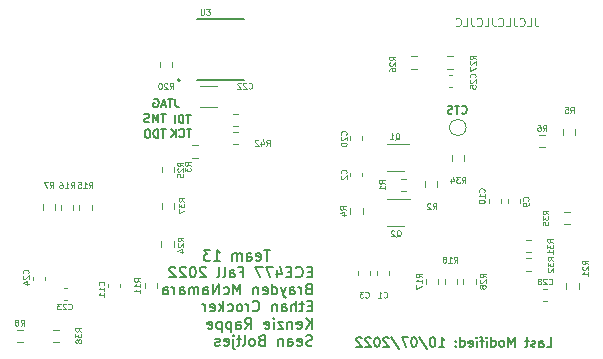
<source format=gbr>
%TF.GenerationSoftware,KiCad,Pcbnew,(6.0.7)*%
%TF.CreationDate,2022-10-18T17:16:59-04:00*%
%TF.ProjectId,PCB,5043422e-6b69-4636-9164-5f7063625858,rev?*%
%TF.SameCoordinates,Original*%
%TF.FileFunction,Legend,Bot*%
%TF.FilePolarity,Positive*%
%FSLAX46Y46*%
G04 Gerber Fmt 4.6, Leading zero omitted, Abs format (unit mm)*
G04 Created by KiCad (PCBNEW (6.0.7)) date 2022-10-18 17:16:59*
%MOMM*%
%LPD*%
G01*
G04 APERTURE LIST*
%ADD10C,0.200000*%
%ADD11C,0.120000*%
%ADD12C,0.150000*%
%ADD13C,0.100000*%
%ADD14C,0.110000*%
%ADD15C,0.127000*%
G04 APERTURE END LIST*
D10*
X220165714Y-113487714D02*
X219865714Y-113487714D01*
X219737142Y-113959142D02*
X220165714Y-113959142D01*
X220165714Y-113059142D01*
X219737142Y-113059142D01*
X218837142Y-113873428D02*
X218880000Y-113916285D01*
X219008571Y-113959142D01*
X219094285Y-113959142D01*
X219222857Y-113916285D01*
X219308571Y-113830571D01*
X219351428Y-113744857D01*
X219394285Y-113573428D01*
X219394285Y-113444857D01*
X219351428Y-113273428D01*
X219308571Y-113187714D01*
X219222857Y-113102000D01*
X219094285Y-113059142D01*
X219008571Y-113059142D01*
X218880000Y-113102000D01*
X218837142Y-113144857D01*
X218451428Y-113487714D02*
X218151428Y-113487714D01*
X218022857Y-113959142D02*
X218451428Y-113959142D01*
X218451428Y-113059142D01*
X218022857Y-113059142D01*
X217251428Y-113359142D02*
X217251428Y-113959142D01*
X217465714Y-113016285D02*
X217680000Y-113659142D01*
X217122857Y-113659142D01*
X216865714Y-113059142D02*
X216265714Y-113059142D01*
X216651428Y-113959142D01*
X216008571Y-113059142D02*
X215408571Y-113059142D01*
X215794285Y-113959142D01*
X214080000Y-113487714D02*
X214380000Y-113487714D01*
X214380000Y-113959142D02*
X214380000Y-113059142D01*
X213951428Y-113059142D01*
X213222857Y-113959142D02*
X213222857Y-113487714D01*
X213265714Y-113402000D01*
X213351428Y-113359142D01*
X213522857Y-113359142D01*
X213608571Y-113402000D01*
X213222857Y-113916285D02*
X213308571Y-113959142D01*
X213522857Y-113959142D01*
X213608571Y-113916285D01*
X213651428Y-113830571D01*
X213651428Y-113744857D01*
X213608571Y-113659142D01*
X213522857Y-113616285D01*
X213308571Y-113616285D01*
X213222857Y-113573428D01*
X212665714Y-113959142D02*
X212751428Y-113916285D01*
X212794285Y-113830571D01*
X212794285Y-113059142D01*
X212194285Y-113959142D02*
X212280000Y-113916285D01*
X212322857Y-113830571D01*
X212322857Y-113059142D01*
X211208571Y-113144857D02*
X211165714Y-113102000D01*
X211080000Y-113059142D01*
X210865714Y-113059142D01*
X210780000Y-113102000D01*
X210737142Y-113144857D01*
X210694285Y-113230571D01*
X210694285Y-113316285D01*
X210737142Y-113444857D01*
X211251428Y-113959142D01*
X210694285Y-113959142D01*
X210137142Y-113059142D02*
X210051428Y-113059142D01*
X209965714Y-113102000D01*
X209922857Y-113144857D01*
X209880000Y-113230571D01*
X209837142Y-113402000D01*
X209837142Y-113616285D01*
X209880000Y-113787714D01*
X209922857Y-113873428D01*
X209965714Y-113916285D01*
X210051428Y-113959142D01*
X210137142Y-113959142D01*
X210222857Y-113916285D01*
X210265714Y-113873428D01*
X210308571Y-113787714D01*
X210351428Y-113616285D01*
X210351428Y-113402000D01*
X210308571Y-113230571D01*
X210265714Y-113144857D01*
X210222857Y-113102000D01*
X210137142Y-113059142D01*
X209494285Y-113144857D02*
X209451428Y-113102000D01*
X209365714Y-113059142D01*
X209151428Y-113059142D01*
X209065714Y-113102000D01*
X209022857Y-113144857D01*
X208980000Y-113230571D01*
X208980000Y-113316285D01*
X209022857Y-113444857D01*
X209537142Y-113959142D01*
X208980000Y-113959142D01*
X208637142Y-113144857D02*
X208594285Y-113102000D01*
X208508571Y-113059142D01*
X208294285Y-113059142D01*
X208208571Y-113102000D01*
X208165714Y-113144857D01*
X208122857Y-113230571D01*
X208122857Y-113316285D01*
X208165714Y-113444857D01*
X208680000Y-113959142D01*
X208122857Y-113959142D01*
X219865714Y-114936714D02*
X219737142Y-114979571D01*
X219694285Y-115022428D01*
X219651428Y-115108142D01*
X219651428Y-115236714D01*
X219694285Y-115322428D01*
X219737142Y-115365285D01*
X219822857Y-115408142D01*
X220165714Y-115408142D01*
X220165714Y-114508142D01*
X219865714Y-114508142D01*
X219780000Y-114551000D01*
X219737142Y-114593857D01*
X219694285Y-114679571D01*
X219694285Y-114765285D01*
X219737142Y-114851000D01*
X219780000Y-114893857D01*
X219865714Y-114936714D01*
X220165714Y-114936714D01*
X219265714Y-115408142D02*
X219265714Y-114808142D01*
X219265714Y-114979571D02*
X219222857Y-114893857D01*
X219180000Y-114851000D01*
X219094285Y-114808142D01*
X219008571Y-114808142D01*
X218322857Y-115408142D02*
X218322857Y-114936714D01*
X218365714Y-114851000D01*
X218451428Y-114808142D01*
X218622857Y-114808142D01*
X218708571Y-114851000D01*
X218322857Y-115365285D02*
X218408571Y-115408142D01*
X218622857Y-115408142D01*
X218708571Y-115365285D01*
X218751428Y-115279571D01*
X218751428Y-115193857D01*
X218708571Y-115108142D01*
X218622857Y-115065285D01*
X218408571Y-115065285D01*
X218322857Y-115022428D01*
X217980000Y-114808142D02*
X217765714Y-115408142D01*
X217551428Y-114808142D02*
X217765714Y-115408142D01*
X217851428Y-115622428D01*
X217894285Y-115665285D01*
X217980000Y-115708142D01*
X216822857Y-115408142D02*
X216822857Y-114508142D01*
X216822857Y-115365285D02*
X216908571Y-115408142D01*
X217080000Y-115408142D01*
X217165714Y-115365285D01*
X217208571Y-115322428D01*
X217251428Y-115236714D01*
X217251428Y-114979571D01*
X217208571Y-114893857D01*
X217165714Y-114851000D01*
X217080000Y-114808142D01*
X216908571Y-114808142D01*
X216822857Y-114851000D01*
X216051428Y-115365285D02*
X216137142Y-115408142D01*
X216308571Y-115408142D01*
X216394285Y-115365285D01*
X216437142Y-115279571D01*
X216437142Y-114936714D01*
X216394285Y-114851000D01*
X216308571Y-114808142D01*
X216137142Y-114808142D01*
X216051428Y-114851000D01*
X216008571Y-114936714D01*
X216008571Y-115022428D01*
X216437142Y-115108142D01*
X215622857Y-114808142D02*
X215622857Y-115408142D01*
X215622857Y-114893857D02*
X215580000Y-114851000D01*
X215494285Y-114808142D01*
X215365714Y-114808142D01*
X215280000Y-114851000D01*
X215237142Y-114936714D01*
X215237142Y-115408142D01*
X214122857Y-115408142D02*
X214122857Y-114508142D01*
X213822857Y-115151000D01*
X213522857Y-114508142D01*
X213522857Y-115408142D01*
X212708571Y-115365285D02*
X212794285Y-115408142D01*
X212965714Y-115408142D01*
X213051428Y-115365285D01*
X213094285Y-115322428D01*
X213137142Y-115236714D01*
X213137142Y-114979571D01*
X213094285Y-114893857D01*
X213051428Y-114851000D01*
X212965714Y-114808142D01*
X212794285Y-114808142D01*
X212708571Y-114851000D01*
X212322857Y-115408142D02*
X212322857Y-114508142D01*
X211808571Y-115408142D01*
X211808571Y-114508142D01*
X210994285Y-115408142D02*
X210994285Y-114936714D01*
X211037142Y-114851000D01*
X211122857Y-114808142D01*
X211294285Y-114808142D01*
X211380000Y-114851000D01*
X210994285Y-115365285D02*
X211080000Y-115408142D01*
X211294285Y-115408142D01*
X211380000Y-115365285D01*
X211422857Y-115279571D01*
X211422857Y-115193857D01*
X211380000Y-115108142D01*
X211294285Y-115065285D01*
X211080000Y-115065285D01*
X210994285Y-115022428D01*
X210565714Y-115408142D02*
X210565714Y-114808142D01*
X210565714Y-114893857D02*
X210522857Y-114851000D01*
X210437142Y-114808142D01*
X210308571Y-114808142D01*
X210222857Y-114851000D01*
X210180000Y-114936714D01*
X210180000Y-115408142D01*
X210180000Y-114936714D02*
X210137142Y-114851000D01*
X210051428Y-114808142D01*
X209922857Y-114808142D01*
X209837142Y-114851000D01*
X209794285Y-114936714D01*
X209794285Y-115408142D01*
X208980000Y-115408142D02*
X208980000Y-114936714D01*
X209022857Y-114851000D01*
X209108571Y-114808142D01*
X209280000Y-114808142D01*
X209365714Y-114851000D01*
X208980000Y-115365285D02*
X209065714Y-115408142D01*
X209280000Y-115408142D01*
X209365714Y-115365285D01*
X209408571Y-115279571D01*
X209408571Y-115193857D01*
X209365714Y-115108142D01*
X209280000Y-115065285D01*
X209065714Y-115065285D01*
X208980000Y-115022428D01*
X208551428Y-115408142D02*
X208551428Y-114808142D01*
X208551428Y-114979571D02*
X208508571Y-114893857D01*
X208465714Y-114851000D01*
X208380000Y-114808142D01*
X208294285Y-114808142D01*
X207608571Y-115408142D02*
X207608571Y-114936714D01*
X207651428Y-114851000D01*
X207737142Y-114808142D01*
X207908571Y-114808142D01*
X207994285Y-114851000D01*
X207608571Y-115365285D02*
X207694285Y-115408142D01*
X207908571Y-115408142D01*
X207994285Y-115365285D01*
X208037142Y-115279571D01*
X208037142Y-115193857D01*
X207994285Y-115108142D01*
X207908571Y-115065285D01*
X207694285Y-115065285D01*
X207608571Y-115022428D01*
X220165714Y-116385714D02*
X219865714Y-116385714D01*
X219737142Y-116857142D02*
X220165714Y-116857142D01*
X220165714Y-115957142D01*
X219737142Y-115957142D01*
X219480000Y-116257142D02*
X219137142Y-116257142D01*
X219351428Y-115957142D02*
X219351428Y-116728571D01*
X219308571Y-116814285D01*
X219222857Y-116857142D01*
X219137142Y-116857142D01*
X218837142Y-116857142D02*
X218837142Y-115957142D01*
X218451428Y-116857142D02*
X218451428Y-116385714D01*
X218494285Y-116300000D01*
X218580000Y-116257142D01*
X218708571Y-116257142D01*
X218794285Y-116300000D01*
X218837142Y-116342857D01*
X217637142Y-116857142D02*
X217637142Y-116385714D01*
X217680000Y-116300000D01*
X217765714Y-116257142D01*
X217937142Y-116257142D01*
X218022857Y-116300000D01*
X217637142Y-116814285D02*
X217722857Y-116857142D01*
X217937142Y-116857142D01*
X218022857Y-116814285D01*
X218065714Y-116728571D01*
X218065714Y-116642857D01*
X218022857Y-116557142D01*
X217937142Y-116514285D01*
X217722857Y-116514285D01*
X217637142Y-116471428D01*
X217208571Y-116257142D02*
X217208571Y-116857142D01*
X217208571Y-116342857D02*
X217165714Y-116300000D01*
X217080000Y-116257142D01*
X216951428Y-116257142D01*
X216865714Y-116300000D01*
X216822857Y-116385714D01*
X216822857Y-116857142D01*
X215194285Y-116771428D02*
X215237142Y-116814285D01*
X215365714Y-116857142D01*
X215451428Y-116857142D01*
X215580000Y-116814285D01*
X215665714Y-116728571D01*
X215708571Y-116642857D01*
X215751428Y-116471428D01*
X215751428Y-116342857D01*
X215708571Y-116171428D01*
X215665714Y-116085714D01*
X215580000Y-116000000D01*
X215451428Y-115957142D01*
X215365714Y-115957142D01*
X215237142Y-116000000D01*
X215194285Y-116042857D01*
X214808571Y-116857142D02*
X214808571Y-116257142D01*
X214808571Y-116428571D02*
X214765714Y-116342857D01*
X214722857Y-116300000D01*
X214637142Y-116257142D01*
X214551428Y-116257142D01*
X214122857Y-116857142D02*
X214208571Y-116814285D01*
X214251428Y-116771428D01*
X214294285Y-116685714D01*
X214294285Y-116428571D01*
X214251428Y-116342857D01*
X214208571Y-116300000D01*
X214122857Y-116257142D01*
X213994285Y-116257142D01*
X213908571Y-116300000D01*
X213865714Y-116342857D01*
X213822857Y-116428571D01*
X213822857Y-116685714D01*
X213865714Y-116771428D01*
X213908571Y-116814285D01*
X213994285Y-116857142D01*
X214122857Y-116857142D01*
X213051428Y-116814285D02*
X213137142Y-116857142D01*
X213308571Y-116857142D01*
X213394285Y-116814285D01*
X213437142Y-116771428D01*
X213480000Y-116685714D01*
X213480000Y-116428571D01*
X213437142Y-116342857D01*
X213394285Y-116300000D01*
X213308571Y-116257142D01*
X213137142Y-116257142D01*
X213051428Y-116300000D01*
X212665714Y-116857142D02*
X212665714Y-115957142D01*
X212580000Y-116514285D02*
X212322857Y-116857142D01*
X212322857Y-116257142D02*
X212665714Y-116600000D01*
X211594285Y-116814285D02*
X211680000Y-116857142D01*
X211851428Y-116857142D01*
X211937142Y-116814285D01*
X211980000Y-116728571D01*
X211980000Y-116385714D01*
X211937142Y-116300000D01*
X211851428Y-116257142D01*
X211680000Y-116257142D01*
X211594285Y-116300000D01*
X211551428Y-116385714D01*
X211551428Y-116471428D01*
X211980000Y-116557142D01*
X211165714Y-116857142D02*
X211165714Y-116257142D01*
X211165714Y-116428571D02*
X211122857Y-116342857D01*
X211080000Y-116300000D01*
X210994285Y-116257142D01*
X210908571Y-116257142D01*
X220165714Y-118306142D02*
X220165714Y-117406142D01*
X219651428Y-118306142D02*
X220037142Y-117791857D01*
X219651428Y-117406142D02*
X220165714Y-117920428D01*
X218922857Y-118263285D02*
X219008571Y-118306142D01*
X219180000Y-118306142D01*
X219265714Y-118263285D01*
X219308571Y-118177571D01*
X219308571Y-117834714D01*
X219265714Y-117749000D01*
X219180000Y-117706142D01*
X219008571Y-117706142D01*
X218922857Y-117749000D01*
X218880000Y-117834714D01*
X218880000Y-117920428D01*
X219308571Y-118006142D01*
X218494285Y-117706142D02*
X218494285Y-118306142D01*
X218494285Y-117791857D02*
X218451428Y-117749000D01*
X218365714Y-117706142D01*
X218237142Y-117706142D01*
X218151428Y-117749000D01*
X218108571Y-117834714D01*
X218108571Y-118306142D01*
X217765714Y-117706142D02*
X217294285Y-117706142D01*
X217765714Y-118306142D01*
X217294285Y-118306142D01*
X216951428Y-118306142D02*
X216951428Y-117706142D01*
X216951428Y-117406142D02*
X216994285Y-117449000D01*
X216951428Y-117491857D01*
X216908571Y-117449000D01*
X216951428Y-117406142D01*
X216951428Y-117491857D01*
X216180000Y-118263285D02*
X216265714Y-118306142D01*
X216437142Y-118306142D01*
X216522857Y-118263285D01*
X216565714Y-118177571D01*
X216565714Y-117834714D01*
X216522857Y-117749000D01*
X216437142Y-117706142D01*
X216265714Y-117706142D01*
X216180000Y-117749000D01*
X216137142Y-117834714D01*
X216137142Y-117920428D01*
X216565714Y-118006142D01*
X214551428Y-118306142D02*
X214851428Y-117877571D01*
X215065714Y-118306142D02*
X215065714Y-117406142D01*
X214722857Y-117406142D01*
X214637142Y-117449000D01*
X214594285Y-117491857D01*
X214551428Y-117577571D01*
X214551428Y-117706142D01*
X214594285Y-117791857D01*
X214637142Y-117834714D01*
X214722857Y-117877571D01*
X215065714Y-117877571D01*
X213780000Y-118306142D02*
X213780000Y-117834714D01*
X213822857Y-117749000D01*
X213908571Y-117706142D01*
X214080000Y-117706142D01*
X214165714Y-117749000D01*
X213780000Y-118263285D02*
X213865714Y-118306142D01*
X214080000Y-118306142D01*
X214165714Y-118263285D01*
X214208571Y-118177571D01*
X214208571Y-118091857D01*
X214165714Y-118006142D01*
X214080000Y-117963285D01*
X213865714Y-117963285D01*
X213780000Y-117920428D01*
X213351428Y-117706142D02*
X213351428Y-118606142D01*
X213351428Y-117749000D02*
X213265714Y-117706142D01*
X213094285Y-117706142D01*
X213008571Y-117749000D01*
X212965714Y-117791857D01*
X212922857Y-117877571D01*
X212922857Y-118134714D01*
X212965714Y-118220428D01*
X213008571Y-118263285D01*
X213094285Y-118306142D01*
X213265714Y-118306142D01*
X213351428Y-118263285D01*
X212537142Y-117706142D02*
X212537142Y-118606142D01*
X212537142Y-117749000D02*
X212451428Y-117706142D01*
X212280000Y-117706142D01*
X212194285Y-117749000D01*
X212151428Y-117791857D01*
X212108571Y-117877571D01*
X212108571Y-118134714D01*
X212151428Y-118220428D01*
X212194285Y-118263285D01*
X212280000Y-118306142D01*
X212451428Y-118306142D01*
X212537142Y-118263285D01*
X211380000Y-118263285D02*
X211465714Y-118306142D01*
X211637142Y-118306142D01*
X211722857Y-118263285D01*
X211765714Y-118177571D01*
X211765714Y-117834714D01*
X211722857Y-117749000D01*
X211637142Y-117706142D01*
X211465714Y-117706142D01*
X211380000Y-117749000D01*
X211337142Y-117834714D01*
X211337142Y-117920428D01*
X211765714Y-118006142D01*
X220208571Y-119712285D02*
X220080000Y-119755142D01*
X219865714Y-119755142D01*
X219780000Y-119712285D01*
X219737142Y-119669428D01*
X219694285Y-119583714D01*
X219694285Y-119498000D01*
X219737142Y-119412285D01*
X219780000Y-119369428D01*
X219865714Y-119326571D01*
X220037142Y-119283714D01*
X220122857Y-119240857D01*
X220165714Y-119198000D01*
X220208571Y-119112285D01*
X220208571Y-119026571D01*
X220165714Y-118940857D01*
X220122857Y-118898000D01*
X220037142Y-118855142D01*
X219822857Y-118855142D01*
X219694285Y-118898000D01*
X218965714Y-119712285D02*
X219051428Y-119755142D01*
X219222857Y-119755142D01*
X219308571Y-119712285D01*
X219351428Y-119626571D01*
X219351428Y-119283714D01*
X219308571Y-119198000D01*
X219222857Y-119155142D01*
X219051428Y-119155142D01*
X218965714Y-119198000D01*
X218922857Y-119283714D01*
X218922857Y-119369428D01*
X219351428Y-119455142D01*
X218151428Y-119755142D02*
X218151428Y-119283714D01*
X218194285Y-119198000D01*
X218280000Y-119155142D01*
X218451428Y-119155142D01*
X218537142Y-119198000D01*
X218151428Y-119712285D02*
X218237142Y-119755142D01*
X218451428Y-119755142D01*
X218537142Y-119712285D01*
X218580000Y-119626571D01*
X218580000Y-119540857D01*
X218537142Y-119455142D01*
X218451428Y-119412285D01*
X218237142Y-119412285D01*
X218151428Y-119369428D01*
X217722857Y-119155142D02*
X217722857Y-119755142D01*
X217722857Y-119240857D02*
X217680000Y-119198000D01*
X217594285Y-119155142D01*
X217465714Y-119155142D01*
X217380000Y-119198000D01*
X217337142Y-119283714D01*
X217337142Y-119755142D01*
X215922857Y-119283714D02*
X215794285Y-119326571D01*
X215751428Y-119369428D01*
X215708571Y-119455142D01*
X215708571Y-119583714D01*
X215751428Y-119669428D01*
X215794285Y-119712285D01*
X215880000Y-119755142D01*
X216222857Y-119755142D01*
X216222857Y-118855142D01*
X215922857Y-118855142D01*
X215837142Y-118898000D01*
X215794285Y-118940857D01*
X215751428Y-119026571D01*
X215751428Y-119112285D01*
X215794285Y-119198000D01*
X215837142Y-119240857D01*
X215922857Y-119283714D01*
X216222857Y-119283714D01*
X215194285Y-119755142D02*
X215280000Y-119712285D01*
X215322857Y-119669428D01*
X215365714Y-119583714D01*
X215365714Y-119326571D01*
X215322857Y-119240857D01*
X215280000Y-119198000D01*
X215194285Y-119155142D01*
X215065714Y-119155142D01*
X214980000Y-119198000D01*
X214937142Y-119240857D01*
X214894285Y-119326571D01*
X214894285Y-119583714D01*
X214937142Y-119669428D01*
X214980000Y-119712285D01*
X215065714Y-119755142D01*
X215194285Y-119755142D01*
X214380000Y-119755142D02*
X214465714Y-119712285D01*
X214508571Y-119626571D01*
X214508571Y-118855142D01*
X214165714Y-119155142D02*
X213822857Y-119155142D01*
X214037142Y-118855142D02*
X214037142Y-119626571D01*
X213994285Y-119712285D01*
X213908571Y-119755142D01*
X213822857Y-119755142D01*
X213522857Y-119155142D02*
X213522857Y-119926571D01*
X213565714Y-120012285D01*
X213651428Y-120055142D01*
X213694285Y-120055142D01*
X213522857Y-118855142D02*
X213565714Y-118898000D01*
X213522857Y-118940857D01*
X213480000Y-118898000D01*
X213522857Y-118855142D01*
X213522857Y-118940857D01*
X212751428Y-119712285D02*
X212837142Y-119755142D01*
X213008571Y-119755142D01*
X213094285Y-119712285D01*
X213137142Y-119626571D01*
X213137142Y-119283714D01*
X213094285Y-119198000D01*
X213008571Y-119155142D01*
X212837142Y-119155142D01*
X212751428Y-119198000D01*
X212708571Y-119283714D01*
X212708571Y-119369428D01*
X213137142Y-119455142D01*
X212365714Y-119712285D02*
X212280000Y-119755142D01*
X212108571Y-119755142D01*
X212022857Y-119712285D01*
X211980000Y-119626571D01*
X211980000Y-119583714D01*
X212022857Y-119498000D01*
X212108571Y-119455142D01*
X212237142Y-119455142D01*
X212322857Y-119412285D01*
X212365714Y-119326571D01*
X212365714Y-119283714D01*
X212322857Y-119198000D01*
X212237142Y-119155142D01*
X212108571Y-119155142D01*
X212022857Y-119198000D01*
D11*
X239073333Y-92016666D02*
X239073333Y-92516666D01*
X239106666Y-92616666D01*
X239173333Y-92683333D01*
X239273333Y-92716666D01*
X239340000Y-92716666D01*
X238406666Y-92716666D02*
X238740000Y-92716666D01*
X238740000Y-92016666D01*
X237773333Y-92650000D02*
X237806666Y-92683333D01*
X237906666Y-92716666D01*
X237973333Y-92716666D01*
X238073333Y-92683333D01*
X238140000Y-92616666D01*
X238173333Y-92550000D01*
X238206666Y-92416666D01*
X238206666Y-92316666D01*
X238173333Y-92183333D01*
X238140000Y-92116666D01*
X238073333Y-92050000D01*
X237973333Y-92016666D01*
X237906666Y-92016666D01*
X237806666Y-92050000D01*
X237773333Y-92083333D01*
X237273333Y-92016666D02*
X237273333Y-92516666D01*
X237306666Y-92616666D01*
X237373333Y-92683333D01*
X237473333Y-92716666D01*
X237540000Y-92716666D01*
X236606666Y-92716666D02*
X236940000Y-92716666D01*
X236940000Y-92016666D01*
X235973333Y-92650000D02*
X236006666Y-92683333D01*
X236106666Y-92716666D01*
X236173333Y-92716666D01*
X236273333Y-92683333D01*
X236340000Y-92616666D01*
X236373333Y-92550000D01*
X236406666Y-92416666D01*
X236406666Y-92316666D01*
X236373333Y-92183333D01*
X236340000Y-92116666D01*
X236273333Y-92050000D01*
X236173333Y-92016666D01*
X236106666Y-92016666D01*
X236006666Y-92050000D01*
X235973333Y-92083333D01*
X235473333Y-92016666D02*
X235473333Y-92516666D01*
X235506666Y-92616666D01*
X235573333Y-92683333D01*
X235673333Y-92716666D01*
X235740000Y-92716666D01*
X234806666Y-92716666D02*
X235140000Y-92716666D01*
X235140000Y-92016666D01*
X234173333Y-92650000D02*
X234206666Y-92683333D01*
X234306666Y-92716666D01*
X234373333Y-92716666D01*
X234473333Y-92683333D01*
X234540000Y-92616666D01*
X234573333Y-92550000D01*
X234606666Y-92416666D01*
X234606666Y-92316666D01*
X234573333Y-92183333D01*
X234540000Y-92116666D01*
X234473333Y-92050000D01*
X234373333Y-92016666D01*
X234306666Y-92016666D01*
X234206666Y-92050000D01*
X234173333Y-92083333D01*
X233673333Y-92016666D02*
X233673333Y-92516666D01*
X233706666Y-92616666D01*
X233773333Y-92683333D01*
X233873333Y-92716666D01*
X233940000Y-92716666D01*
X233006666Y-92716666D02*
X233340000Y-92716666D01*
X233340000Y-92016666D01*
X232373333Y-92650000D02*
X232406666Y-92683333D01*
X232506666Y-92716666D01*
X232573333Y-92716666D01*
X232673333Y-92683333D01*
X232740000Y-92616666D01*
X232773333Y-92550000D01*
X232806666Y-92416666D01*
X232806666Y-92316666D01*
X232773333Y-92183333D01*
X232740000Y-92116666D01*
X232673333Y-92050000D01*
X232573333Y-92016666D01*
X232506666Y-92016666D01*
X232406666Y-92050000D01*
X232373333Y-92083333D01*
D12*
X240057619Y-119851904D02*
X240438571Y-119851904D01*
X240438571Y-119051904D01*
X239448095Y-119851904D02*
X239448095Y-119432857D01*
X239486190Y-119356666D01*
X239562380Y-119318571D01*
X239714761Y-119318571D01*
X239790952Y-119356666D01*
X239448095Y-119813809D02*
X239524285Y-119851904D01*
X239714761Y-119851904D01*
X239790952Y-119813809D01*
X239829047Y-119737619D01*
X239829047Y-119661428D01*
X239790952Y-119585238D01*
X239714761Y-119547142D01*
X239524285Y-119547142D01*
X239448095Y-119509047D01*
X239105238Y-119813809D02*
X239029047Y-119851904D01*
X238876666Y-119851904D01*
X238800476Y-119813809D01*
X238762380Y-119737619D01*
X238762380Y-119699523D01*
X238800476Y-119623333D01*
X238876666Y-119585238D01*
X238990952Y-119585238D01*
X239067142Y-119547142D01*
X239105238Y-119470952D01*
X239105238Y-119432857D01*
X239067142Y-119356666D01*
X238990952Y-119318571D01*
X238876666Y-119318571D01*
X238800476Y-119356666D01*
X238533809Y-119318571D02*
X238229047Y-119318571D01*
X238419523Y-119051904D02*
X238419523Y-119737619D01*
X238381428Y-119813809D01*
X238305238Y-119851904D01*
X238229047Y-119851904D01*
X237352857Y-119851904D02*
X237352857Y-119051904D01*
X237086190Y-119623333D01*
X236819523Y-119051904D01*
X236819523Y-119851904D01*
X236324285Y-119851904D02*
X236400476Y-119813809D01*
X236438571Y-119775714D01*
X236476666Y-119699523D01*
X236476666Y-119470952D01*
X236438571Y-119394761D01*
X236400476Y-119356666D01*
X236324285Y-119318571D01*
X236210000Y-119318571D01*
X236133809Y-119356666D01*
X236095714Y-119394761D01*
X236057619Y-119470952D01*
X236057619Y-119699523D01*
X236095714Y-119775714D01*
X236133809Y-119813809D01*
X236210000Y-119851904D01*
X236324285Y-119851904D01*
X235371904Y-119851904D02*
X235371904Y-119051904D01*
X235371904Y-119813809D02*
X235448095Y-119851904D01*
X235600476Y-119851904D01*
X235676666Y-119813809D01*
X235714761Y-119775714D01*
X235752857Y-119699523D01*
X235752857Y-119470952D01*
X235714761Y-119394761D01*
X235676666Y-119356666D01*
X235600476Y-119318571D01*
X235448095Y-119318571D01*
X235371904Y-119356666D01*
X234990952Y-119851904D02*
X234990952Y-119318571D01*
X234990952Y-119051904D02*
X235029047Y-119090000D01*
X234990952Y-119128095D01*
X234952857Y-119090000D01*
X234990952Y-119051904D01*
X234990952Y-119128095D01*
X234724285Y-119318571D02*
X234419523Y-119318571D01*
X234610000Y-119851904D02*
X234610000Y-119166190D01*
X234571904Y-119090000D01*
X234495714Y-119051904D01*
X234419523Y-119051904D01*
X234152857Y-119851904D02*
X234152857Y-119318571D01*
X234152857Y-119051904D02*
X234190952Y-119090000D01*
X234152857Y-119128095D01*
X234114761Y-119090000D01*
X234152857Y-119051904D01*
X234152857Y-119128095D01*
X233467142Y-119813809D02*
X233543333Y-119851904D01*
X233695714Y-119851904D01*
X233771904Y-119813809D01*
X233810000Y-119737619D01*
X233810000Y-119432857D01*
X233771904Y-119356666D01*
X233695714Y-119318571D01*
X233543333Y-119318571D01*
X233467142Y-119356666D01*
X233429047Y-119432857D01*
X233429047Y-119509047D01*
X233810000Y-119585238D01*
X232743333Y-119851904D02*
X232743333Y-119051904D01*
X232743333Y-119813809D02*
X232819523Y-119851904D01*
X232971904Y-119851904D01*
X233048095Y-119813809D01*
X233086190Y-119775714D01*
X233124285Y-119699523D01*
X233124285Y-119470952D01*
X233086190Y-119394761D01*
X233048095Y-119356666D01*
X232971904Y-119318571D01*
X232819523Y-119318571D01*
X232743333Y-119356666D01*
X232362380Y-119775714D02*
X232324285Y-119813809D01*
X232362380Y-119851904D01*
X232400476Y-119813809D01*
X232362380Y-119775714D01*
X232362380Y-119851904D01*
X232362380Y-119356666D02*
X232324285Y-119394761D01*
X232362380Y-119432857D01*
X232400476Y-119394761D01*
X232362380Y-119356666D01*
X232362380Y-119432857D01*
X230952857Y-119851904D02*
X231410000Y-119851904D01*
X231181428Y-119851904D02*
X231181428Y-119051904D01*
X231257619Y-119166190D01*
X231333809Y-119242380D01*
X231410000Y-119280476D01*
X230457619Y-119051904D02*
X230381428Y-119051904D01*
X230305238Y-119090000D01*
X230267142Y-119128095D01*
X230229047Y-119204285D01*
X230190952Y-119356666D01*
X230190952Y-119547142D01*
X230229047Y-119699523D01*
X230267142Y-119775714D01*
X230305238Y-119813809D01*
X230381428Y-119851904D01*
X230457619Y-119851904D01*
X230533809Y-119813809D01*
X230571904Y-119775714D01*
X230610000Y-119699523D01*
X230648095Y-119547142D01*
X230648095Y-119356666D01*
X230610000Y-119204285D01*
X230571904Y-119128095D01*
X230533809Y-119090000D01*
X230457619Y-119051904D01*
X229276666Y-119013809D02*
X229962380Y-120042380D01*
X228857619Y-119051904D02*
X228781428Y-119051904D01*
X228705238Y-119090000D01*
X228667142Y-119128095D01*
X228629047Y-119204285D01*
X228590952Y-119356666D01*
X228590952Y-119547142D01*
X228629047Y-119699523D01*
X228667142Y-119775714D01*
X228705238Y-119813809D01*
X228781428Y-119851904D01*
X228857619Y-119851904D01*
X228933809Y-119813809D01*
X228971904Y-119775714D01*
X229010000Y-119699523D01*
X229048095Y-119547142D01*
X229048095Y-119356666D01*
X229010000Y-119204285D01*
X228971904Y-119128095D01*
X228933809Y-119090000D01*
X228857619Y-119051904D01*
X228324285Y-119051904D02*
X227790952Y-119051904D01*
X228133809Y-119851904D01*
X226914761Y-119013809D02*
X227600476Y-120042380D01*
X226686190Y-119128095D02*
X226648095Y-119090000D01*
X226571904Y-119051904D01*
X226381428Y-119051904D01*
X226305238Y-119090000D01*
X226267142Y-119128095D01*
X226229047Y-119204285D01*
X226229047Y-119280476D01*
X226267142Y-119394761D01*
X226724285Y-119851904D01*
X226229047Y-119851904D01*
X225733809Y-119051904D02*
X225657619Y-119051904D01*
X225581428Y-119090000D01*
X225543333Y-119128095D01*
X225505238Y-119204285D01*
X225467142Y-119356666D01*
X225467142Y-119547142D01*
X225505238Y-119699523D01*
X225543333Y-119775714D01*
X225581428Y-119813809D01*
X225657619Y-119851904D01*
X225733809Y-119851904D01*
X225810000Y-119813809D01*
X225848095Y-119775714D01*
X225886190Y-119699523D01*
X225924285Y-119547142D01*
X225924285Y-119356666D01*
X225886190Y-119204285D01*
X225848095Y-119128095D01*
X225810000Y-119090000D01*
X225733809Y-119051904D01*
X225162380Y-119128095D02*
X225124285Y-119090000D01*
X225048095Y-119051904D01*
X224857619Y-119051904D01*
X224781428Y-119090000D01*
X224743333Y-119128095D01*
X224705238Y-119204285D01*
X224705238Y-119280476D01*
X224743333Y-119394761D01*
X225200476Y-119851904D01*
X224705238Y-119851904D01*
X224400476Y-119128095D02*
X224362380Y-119090000D01*
X224286190Y-119051904D01*
X224095714Y-119051904D01*
X224019523Y-119090000D01*
X223981428Y-119128095D01*
X223943333Y-119204285D01*
X223943333Y-119280476D01*
X223981428Y-119394761D01*
X224438571Y-119851904D01*
X223943333Y-119851904D01*
X209990000Y-101406666D02*
X209590000Y-101406666D01*
X209790000Y-102106666D02*
X209790000Y-101406666D01*
X208956666Y-102040000D02*
X208990000Y-102073333D01*
X209090000Y-102106666D01*
X209156666Y-102106666D01*
X209256666Y-102073333D01*
X209323333Y-102006666D01*
X209356666Y-101940000D01*
X209390000Y-101806666D01*
X209390000Y-101706666D01*
X209356666Y-101573333D01*
X209323333Y-101506666D01*
X209256666Y-101440000D01*
X209156666Y-101406666D01*
X209090000Y-101406666D01*
X208990000Y-101440000D01*
X208956666Y-101473333D01*
X208656666Y-102106666D02*
X208656666Y-101406666D01*
X208256666Y-102106666D02*
X208556666Y-101706666D01*
X208256666Y-101406666D02*
X208656666Y-101806666D01*
D10*
X216634285Y-111647142D02*
X216120000Y-111647142D01*
X216377142Y-112547142D02*
X216377142Y-111647142D01*
X215477142Y-112504285D02*
X215562857Y-112547142D01*
X215734285Y-112547142D01*
X215820000Y-112504285D01*
X215862857Y-112418571D01*
X215862857Y-112075714D01*
X215820000Y-111990000D01*
X215734285Y-111947142D01*
X215562857Y-111947142D01*
X215477142Y-111990000D01*
X215434285Y-112075714D01*
X215434285Y-112161428D01*
X215862857Y-112247142D01*
X214662857Y-112547142D02*
X214662857Y-112075714D01*
X214705714Y-111990000D01*
X214791428Y-111947142D01*
X214962857Y-111947142D01*
X215048571Y-111990000D01*
X214662857Y-112504285D02*
X214748571Y-112547142D01*
X214962857Y-112547142D01*
X215048571Y-112504285D01*
X215091428Y-112418571D01*
X215091428Y-112332857D01*
X215048571Y-112247142D01*
X214962857Y-112204285D01*
X214748571Y-112204285D01*
X214662857Y-112161428D01*
X214234285Y-112547142D02*
X214234285Y-111947142D01*
X214234285Y-112032857D02*
X214191428Y-111990000D01*
X214105714Y-111947142D01*
X213977142Y-111947142D01*
X213891428Y-111990000D01*
X213848571Y-112075714D01*
X213848571Y-112547142D01*
X213848571Y-112075714D02*
X213805714Y-111990000D01*
X213720000Y-111947142D01*
X213591428Y-111947142D01*
X213505714Y-111990000D01*
X213462857Y-112075714D01*
X213462857Y-112547142D01*
X211877142Y-112547142D02*
X212391428Y-112547142D01*
X212134285Y-112547142D02*
X212134285Y-111647142D01*
X212220000Y-111775714D01*
X212305714Y-111861428D01*
X212391428Y-111904285D01*
X211577142Y-111647142D02*
X211020000Y-111647142D01*
X211320000Y-111990000D01*
X211191428Y-111990000D01*
X211105714Y-112032857D01*
X211062857Y-112075714D01*
X211020000Y-112161428D01*
X211020000Y-112375714D01*
X211062857Y-112461428D01*
X211105714Y-112504285D01*
X211191428Y-112547142D01*
X211448571Y-112547142D01*
X211534285Y-112504285D01*
X211577142Y-112461428D01*
D12*
X209936666Y-100186666D02*
X209536666Y-100186666D01*
X209736666Y-100886666D02*
X209736666Y-100186666D01*
X209303333Y-100886666D02*
X209303333Y-100186666D01*
X209136666Y-100186666D01*
X209036666Y-100220000D01*
X208970000Y-100286666D01*
X208936666Y-100353333D01*
X208903333Y-100486666D01*
X208903333Y-100586666D01*
X208936666Y-100720000D01*
X208970000Y-100786666D01*
X209036666Y-100853333D01*
X209136666Y-100886666D01*
X209303333Y-100886666D01*
X208603333Y-100886666D02*
X208603333Y-100186666D01*
X207813333Y-100126666D02*
X207413333Y-100126666D01*
X207613333Y-100826666D02*
X207613333Y-100126666D01*
X207180000Y-100826666D02*
X207180000Y-100126666D01*
X206946666Y-100626666D01*
X206713333Y-100126666D01*
X206713333Y-100826666D01*
X206413333Y-100793333D02*
X206313333Y-100826666D01*
X206146666Y-100826666D01*
X206080000Y-100793333D01*
X206046666Y-100760000D01*
X206013333Y-100693333D01*
X206013333Y-100626666D01*
X206046666Y-100560000D01*
X206080000Y-100526666D01*
X206146666Y-100493333D01*
X206280000Y-100460000D01*
X206346666Y-100426666D01*
X206380000Y-100393333D01*
X206413333Y-100326666D01*
X206413333Y-100260000D01*
X206380000Y-100193333D01*
X206346666Y-100160000D01*
X206280000Y-100126666D01*
X206113333Y-100126666D01*
X206013333Y-100160000D01*
X208636666Y-98846666D02*
X208636666Y-99346666D01*
X208670000Y-99446666D01*
X208736666Y-99513333D01*
X208836666Y-99546666D01*
X208903333Y-99546666D01*
X208403333Y-98846666D02*
X208003333Y-98846666D01*
X208203333Y-99546666D02*
X208203333Y-98846666D01*
X207803333Y-99346666D02*
X207470000Y-99346666D01*
X207870000Y-99546666D02*
X207636666Y-98846666D01*
X207403333Y-99546666D01*
X206803333Y-98880000D02*
X206870000Y-98846666D01*
X206970000Y-98846666D01*
X207070000Y-98880000D01*
X207136666Y-98946666D01*
X207170000Y-99013333D01*
X207203333Y-99146666D01*
X207203333Y-99246666D01*
X207170000Y-99380000D01*
X207136666Y-99446666D01*
X207070000Y-99513333D01*
X206970000Y-99546666D01*
X206903333Y-99546666D01*
X206803333Y-99513333D01*
X206770000Y-99480000D01*
X206770000Y-99246666D01*
X206903333Y-99246666D01*
X207796666Y-101446666D02*
X207396666Y-101446666D01*
X207596666Y-102146666D02*
X207596666Y-101446666D01*
X207163333Y-102146666D02*
X207163333Y-101446666D01*
X206996666Y-101446666D01*
X206896666Y-101480000D01*
X206830000Y-101546666D01*
X206796666Y-101613333D01*
X206763333Y-101746666D01*
X206763333Y-101846666D01*
X206796666Y-101980000D01*
X206830000Y-102046666D01*
X206896666Y-102113333D01*
X206996666Y-102146666D01*
X207163333Y-102146666D01*
X206330000Y-101446666D02*
X206196666Y-101446666D01*
X206130000Y-101480000D01*
X206063333Y-101546666D01*
X206030000Y-101680000D01*
X206030000Y-101913333D01*
X206063333Y-102046666D01*
X206130000Y-102113333D01*
X206196666Y-102146666D01*
X206330000Y-102146666D01*
X206396666Y-102113333D01*
X206463333Y-102046666D01*
X206496666Y-101913333D01*
X206496666Y-101680000D01*
X206463333Y-101546666D01*
X206396666Y-101480000D01*
X206330000Y-101446666D01*
X232873333Y-100050000D02*
X232906666Y-100083333D01*
X233006666Y-100116666D01*
X233073333Y-100116666D01*
X233173333Y-100083333D01*
X233240000Y-100016666D01*
X233273333Y-99950000D01*
X233306666Y-99816666D01*
X233306666Y-99716666D01*
X233273333Y-99583333D01*
X233240000Y-99516666D01*
X233173333Y-99450000D01*
X233073333Y-99416666D01*
X233006666Y-99416666D01*
X232906666Y-99450000D01*
X232873333Y-99483333D01*
X232673333Y-99416666D02*
X232273333Y-99416666D01*
X232473333Y-100116666D02*
X232473333Y-99416666D01*
X232073333Y-100083333D02*
X231973333Y-100116666D01*
X231806666Y-100116666D01*
X231740000Y-100083333D01*
X231706666Y-100050000D01*
X231673333Y-99983333D01*
X231673333Y-99916666D01*
X231706666Y-99850000D01*
X231740000Y-99816666D01*
X231806666Y-99783333D01*
X231940000Y-99750000D01*
X232006666Y-99716666D01*
X232040000Y-99683333D01*
X232073333Y-99616666D01*
X232073333Y-99550000D01*
X232040000Y-99483333D01*
X232006666Y-99450000D01*
X231940000Y-99416666D01*
X231773333Y-99416666D01*
X231673333Y-99450000D01*
D13*
%TO.C,U3*%
X210769047Y-91256190D02*
X210769047Y-91660952D01*
X210792857Y-91708571D01*
X210816666Y-91732380D01*
X210864285Y-91756190D01*
X210959523Y-91756190D01*
X211007142Y-91732380D01*
X211030952Y-91708571D01*
X211054761Y-91660952D01*
X211054761Y-91256190D01*
X211245238Y-91256190D02*
X211554761Y-91256190D01*
X211388095Y-91446666D01*
X211459523Y-91446666D01*
X211507142Y-91470476D01*
X211530952Y-91494285D01*
X211554761Y-91541904D01*
X211554761Y-91660952D01*
X211530952Y-91708571D01*
X211507142Y-91732380D01*
X211459523Y-91756190D01*
X211316666Y-91756190D01*
X211269047Y-91732380D01*
X211245238Y-91708571D01*
%TO.C,C3*%
X224703333Y-115638571D02*
X224727142Y-115662380D01*
X224798571Y-115686190D01*
X224846190Y-115686190D01*
X224917619Y-115662380D01*
X224965238Y-115614761D01*
X224989047Y-115567142D01*
X225012857Y-115471904D01*
X225012857Y-115400476D01*
X224989047Y-115305238D01*
X224965238Y-115257619D01*
X224917619Y-115210000D01*
X224846190Y-115186190D01*
X224798571Y-115186190D01*
X224727142Y-115210000D01*
X224703333Y-115233809D01*
X224536666Y-115186190D02*
X224227142Y-115186190D01*
X224393809Y-115376666D01*
X224322380Y-115376666D01*
X224274761Y-115400476D01*
X224250952Y-115424285D01*
X224227142Y-115471904D01*
X224227142Y-115590952D01*
X224250952Y-115638571D01*
X224274761Y-115662380D01*
X224322380Y-115686190D01*
X224465238Y-115686190D01*
X224512857Y-115662380D01*
X224536666Y-115638571D01*
%TO.C,R6*%
X239763333Y-101576190D02*
X239930000Y-101338095D01*
X240049047Y-101576190D02*
X240049047Y-101076190D01*
X239858571Y-101076190D01*
X239810952Y-101100000D01*
X239787142Y-101123809D01*
X239763333Y-101171428D01*
X239763333Y-101242857D01*
X239787142Y-101290476D01*
X239810952Y-101314285D01*
X239858571Y-101338095D01*
X240049047Y-101338095D01*
X239334761Y-101076190D02*
X239430000Y-101076190D01*
X239477619Y-101100000D01*
X239501428Y-101123809D01*
X239549047Y-101195238D01*
X239572857Y-101290476D01*
X239572857Y-101480952D01*
X239549047Y-101528571D01*
X239525238Y-101552380D01*
X239477619Y-101576190D01*
X239382380Y-101576190D01*
X239334761Y-101552380D01*
X239310952Y-101528571D01*
X239287142Y-101480952D01*
X239287142Y-101361904D01*
X239310952Y-101314285D01*
X239334761Y-101290476D01*
X239382380Y-101266666D01*
X239477619Y-101266666D01*
X239525238Y-101290476D01*
X239549047Y-101314285D01*
X239572857Y-101361904D01*
%TO.C,C28*%
X240241428Y-114518571D02*
X240265238Y-114542380D01*
X240336666Y-114566190D01*
X240384285Y-114566190D01*
X240455714Y-114542380D01*
X240503333Y-114494761D01*
X240527142Y-114447142D01*
X240550952Y-114351904D01*
X240550952Y-114280476D01*
X240527142Y-114185238D01*
X240503333Y-114137619D01*
X240455714Y-114090000D01*
X240384285Y-114066190D01*
X240336666Y-114066190D01*
X240265238Y-114090000D01*
X240241428Y-114113809D01*
X240050952Y-114113809D02*
X240027142Y-114090000D01*
X239979523Y-114066190D01*
X239860476Y-114066190D01*
X239812857Y-114090000D01*
X239789047Y-114113809D01*
X239765238Y-114161428D01*
X239765238Y-114209047D01*
X239789047Y-114280476D01*
X240074761Y-114566190D01*
X239765238Y-114566190D01*
X239479523Y-114280476D02*
X239527142Y-114256666D01*
X239550952Y-114232857D01*
X239574761Y-114185238D01*
X239574761Y-114161428D01*
X239550952Y-114113809D01*
X239527142Y-114090000D01*
X239479523Y-114066190D01*
X239384285Y-114066190D01*
X239336666Y-114090000D01*
X239312857Y-114113809D01*
X239289047Y-114161428D01*
X239289047Y-114185238D01*
X239312857Y-114232857D01*
X239336666Y-114256666D01*
X239384285Y-114280476D01*
X239479523Y-114280476D01*
X239527142Y-114304285D01*
X239550952Y-114328095D01*
X239574761Y-114375714D01*
X239574761Y-114470952D01*
X239550952Y-114518571D01*
X239527142Y-114542380D01*
X239479523Y-114566190D01*
X239384285Y-114566190D01*
X239336666Y-114542380D01*
X239312857Y-114518571D01*
X239289047Y-114470952D01*
X239289047Y-114375714D01*
X239312857Y-114328095D01*
X239336666Y-114304285D01*
X239384285Y-114280476D01*
%TO.C,Q2*%
X227332619Y-110528809D02*
X227380238Y-110505000D01*
X227427857Y-110457380D01*
X227499285Y-110385952D01*
X227546904Y-110362142D01*
X227594523Y-110362142D01*
X227570714Y-110481190D02*
X227618333Y-110457380D01*
X227665952Y-110409761D01*
X227689761Y-110314523D01*
X227689761Y-110147857D01*
X227665952Y-110052619D01*
X227618333Y-110005000D01*
X227570714Y-109981190D01*
X227475476Y-109981190D01*
X227427857Y-110005000D01*
X227380238Y-110052619D01*
X227356428Y-110147857D01*
X227356428Y-110314523D01*
X227380238Y-110409761D01*
X227427857Y-110457380D01*
X227475476Y-110481190D01*
X227570714Y-110481190D01*
X227165952Y-110028809D02*
X227142142Y-110005000D01*
X227094523Y-109981190D01*
X226975476Y-109981190D01*
X226927857Y-110005000D01*
X226904047Y-110028809D01*
X226880238Y-110076428D01*
X226880238Y-110124047D01*
X226904047Y-110195476D01*
X227189761Y-110481190D01*
X226880238Y-110481190D01*
%TO.C,C23*%
X199551892Y-116638844D02*
X199575702Y-116662653D01*
X199647130Y-116686463D01*
X199694749Y-116686463D01*
X199766178Y-116662653D01*
X199813797Y-116615034D01*
X199837606Y-116567415D01*
X199861416Y-116472177D01*
X199861416Y-116400749D01*
X199837606Y-116305511D01*
X199813797Y-116257892D01*
X199766178Y-116210273D01*
X199694749Y-116186463D01*
X199647130Y-116186463D01*
X199575702Y-116210273D01*
X199551892Y-116234082D01*
X199361416Y-116234082D02*
X199337606Y-116210273D01*
X199289987Y-116186463D01*
X199170940Y-116186463D01*
X199123321Y-116210273D01*
X199099511Y-116234082D01*
X199075702Y-116281701D01*
X199075702Y-116329320D01*
X199099511Y-116400749D01*
X199385225Y-116686463D01*
X199075702Y-116686463D01*
X198909035Y-116186463D02*
X198599511Y-116186463D01*
X198766178Y-116376939D01*
X198694749Y-116376939D01*
X198647130Y-116400749D01*
X198623321Y-116424558D01*
X198599511Y-116472177D01*
X198599511Y-116591225D01*
X198623321Y-116638844D01*
X198647130Y-116662653D01*
X198694749Y-116686463D01*
X198837606Y-116686463D01*
X198885225Y-116662653D01*
X198909035Y-116638844D01*
%TO.C,R25*%
X209296190Y-104538571D02*
X209058095Y-104371904D01*
X209296190Y-104252857D02*
X208796190Y-104252857D01*
X208796190Y-104443333D01*
X208820000Y-104490952D01*
X208843809Y-104514761D01*
X208891428Y-104538571D01*
X208962857Y-104538571D01*
X209010476Y-104514761D01*
X209034285Y-104490952D01*
X209058095Y-104443333D01*
X209058095Y-104252857D01*
X208843809Y-104729047D02*
X208820000Y-104752857D01*
X208796190Y-104800476D01*
X208796190Y-104919523D01*
X208820000Y-104967142D01*
X208843809Y-104990952D01*
X208891428Y-105014761D01*
X208939047Y-105014761D01*
X209010476Y-104990952D01*
X209296190Y-104705238D01*
X209296190Y-105014761D01*
X208796190Y-105467142D02*
X208796190Y-105229047D01*
X209034285Y-105205238D01*
X209010476Y-105229047D01*
X208986666Y-105276666D01*
X208986666Y-105395714D01*
X209010476Y-105443333D01*
X209034285Y-105467142D01*
X209081904Y-105490952D01*
X209200952Y-105490952D01*
X209248571Y-105467142D01*
X209272380Y-105443333D01*
X209296190Y-105395714D01*
X209296190Y-105276666D01*
X209272380Y-105229047D01*
X209248571Y-105205238D01*
%TO.C,R27*%
X234051190Y-95478571D02*
X233813095Y-95311904D01*
X234051190Y-95192857D02*
X233551190Y-95192857D01*
X233551190Y-95383333D01*
X233575000Y-95430952D01*
X233598809Y-95454761D01*
X233646428Y-95478571D01*
X233717857Y-95478571D01*
X233765476Y-95454761D01*
X233789285Y-95430952D01*
X233813095Y-95383333D01*
X233813095Y-95192857D01*
X233598809Y-95669047D02*
X233575000Y-95692857D01*
X233551190Y-95740476D01*
X233551190Y-95859523D01*
X233575000Y-95907142D01*
X233598809Y-95930952D01*
X233646428Y-95954761D01*
X233694047Y-95954761D01*
X233765476Y-95930952D01*
X234051190Y-95645238D01*
X234051190Y-95954761D01*
X233551190Y-96121428D02*
X233551190Y-96454761D01*
X234051190Y-96240476D01*
%TO.C,R5*%
X242053333Y-100056190D02*
X242220000Y-99818095D01*
X242339047Y-100056190D02*
X242339047Y-99556190D01*
X242148571Y-99556190D01*
X242100952Y-99580000D01*
X242077142Y-99603809D01*
X242053333Y-99651428D01*
X242053333Y-99722857D01*
X242077142Y-99770476D01*
X242100952Y-99794285D01*
X242148571Y-99818095D01*
X242339047Y-99818095D01*
X241600952Y-99556190D02*
X241839047Y-99556190D01*
X241862857Y-99794285D01*
X241839047Y-99770476D01*
X241791428Y-99746666D01*
X241672380Y-99746666D01*
X241624761Y-99770476D01*
X241600952Y-99794285D01*
X241577142Y-99841904D01*
X241577142Y-99960952D01*
X241600952Y-100008571D01*
X241624761Y-100032380D01*
X241672380Y-100056190D01*
X241791428Y-100056190D01*
X241839047Y-100032380D01*
X241862857Y-100008571D01*
%TO.C,R3*%
X209916190Y-104516666D02*
X209678095Y-104350000D01*
X209916190Y-104230952D02*
X209416190Y-104230952D01*
X209416190Y-104421428D01*
X209440000Y-104469047D01*
X209463809Y-104492857D01*
X209511428Y-104516666D01*
X209582857Y-104516666D01*
X209630476Y-104492857D01*
X209654285Y-104469047D01*
X209678095Y-104421428D01*
X209678095Y-104230952D01*
X209416190Y-104683333D02*
X209416190Y-104992857D01*
X209606666Y-104826190D01*
X209606666Y-104897619D01*
X209630476Y-104945238D01*
X209654285Y-104969047D01*
X209701904Y-104992857D01*
X209820952Y-104992857D01*
X209868571Y-104969047D01*
X209892380Y-104945238D01*
X209916190Y-104897619D01*
X209916190Y-104754761D01*
X209892380Y-104707142D01*
X209868571Y-104683333D01*
%TO.C,R24*%
X209316190Y-110908571D02*
X209078095Y-110741904D01*
X209316190Y-110622857D02*
X208816190Y-110622857D01*
X208816190Y-110813333D01*
X208840000Y-110860952D01*
X208863809Y-110884761D01*
X208911428Y-110908571D01*
X208982857Y-110908571D01*
X209030476Y-110884761D01*
X209054285Y-110860952D01*
X209078095Y-110813333D01*
X209078095Y-110622857D01*
X208863809Y-111099047D02*
X208840000Y-111122857D01*
X208816190Y-111170476D01*
X208816190Y-111289523D01*
X208840000Y-111337142D01*
X208863809Y-111360952D01*
X208911428Y-111384761D01*
X208959047Y-111384761D01*
X209030476Y-111360952D01*
X209316190Y-111075238D01*
X209316190Y-111384761D01*
X208982857Y-111813333D02*
X209316190Y-111813333D01*
X208792380Y-111694285D02*
X209149523Y-111575238D01*
X209149523Y-111884761D01*
%TO.C,C9*%
X238488571Y-107466666D02*
X238512380Y-107442857D01*
X238536190Y-107371428D01*
X238536190Y-107323809D01*
X238512380Y-107252380D01*
X238464761Y-107204761D01*
X238417142Y-107180952D01*
X238321904Y-107157142D01*
X238250476Y-107157142D01*
X238155238Y-107180952D01*
X238107619Y-107204761D01*
X238060000Y-107252380D01*
X238036190Y-107323809D01*
X238036190Y-107371428D01*
X238060000Y-107442857D01*
X238083809Y-107466666D01*
X238536190Y-107704761D02*
X238536190Y-107800000D01*
X238512380Y-107847619D01*
X238488571Y-107871428D01*
X238417142Y-107919047D01*
X238321904Y-107942857D01*
X238131428Y-107942857D01*
X238083809Y-107919047D01*
X238060000Y-107895238D01*
X238036190Y-107847619D01*
X238036190Y-107752380D01*
X238060000Y-107704761D01*
X238083809Y-107680952D01*
X238131428Y-107657142D01*
X238250476Y-107657142D01*
X238298095Y-107680952D01*
X238321904Y-107704761D01*
X238345714Y-107752380D01*
X238345714Y-107847619D01*
X238321904Y-107895238D01*
X238298095Y-107919047D01*
X238250476Y-107942857D01*
%TO.C,R42*%
X216331428Y-102816190D02*
X216498095Y-102578095D01*
X216617142Y-102816190D02*
X216617142Y-102316190D01*
X216426666Y-102316190D01*
X216379047Y-102340000D01*
X216355238Y-102363809D01*
X216331428Y-102411428D01*
X216331428Y-102482857D01*
X216355238Y-102530476D01*
X216379047Y-102554285D01*
X216426666Y-102578095D01*
X216617142Y-102578095D01*
X215902857Y-102482857D02*
X215902857Y-102816190D01*
X216021904Y-102292380D02*
X216140952Y-102649523D01*
X215831428Y-102649523D01*
X215664761Y-102363809D02*
X215640952Y-102340000D01*
X215593333Y-102316190D01*
X215474285Y-102316190D01*
X215426666Y-102340000D01*
X215402857Y-102363809D01*
X215379047Y-102411428D01*
X215379047Y-102459047D01*
X215402857Y-102530476D01*
X215688571Y-102816190D01*
X215379047Y-102816190D01*
%TO.C,R20*%
X208151428Y-98016190D02*
X208318095Y-97778095D01*
X208437142Y-98016190D02*
X208437142Y-97516190D01*
X208246666Y-97516190D01*
X208199047Y-97540000D01*
X208175238Y-97563809D01*
X208151428Y-97611428D01*
X208151428Y-97682857D01*
X208175238Y-97730476D01*
X208199047Y-97754285D01*
X208246666Y-97778095D01*
X208437142Y-97778095D01*
X207960952Y-97563809D02*
X207937142Y-97540000D01*
X207889523Y-97516190D01*
X207770476Y-97516190D01*
X207722857Y-97540000D01*
X207699047Y-97563809D01*
X207675238Y-97611428D01*
X207675238Y-97659047D01*
X207699047Y-97730476D01*
X207984761Y-98016190D01*
X207675238Y-98016190D01*
X207365714Y-97516190D02*
X207318095Y-97516190D01*
X207270476Y-97540000D01*
X207246666Y-97563809D01*
X207222857Y-97611428D01*
X207199047Y-97706666D01*
X207199047Y-97825714D01*
X207222857Y-97920952D01*
X207246666Y-97968571D01*
X207270476Y-97992380D01*
X207318095Y-98016190D01*
X207365714Y-98016190D01*
X207413333Y-97992380D01*
X207437142Y-97968571D01*
X207460952Y-97920952D01*
X207484761Y-97825714D01*
X207484761Y-97706666D01*
X207460952Y-97611428D01*
X207437142Y-97563809D01*
X207413333Y-97540000D01*
X207365714Y-97516190D01*
%TO.C,R18*%
X232211428Y-112711190D02*
X232378095Y-112473095D01*
X232497142Y-112711190D02*
X232497142Y-112211190D01*
X232306666Y-112211190D01*
X232259047Y-112235000D01*
X232235238Y-112258809D01*
X232211428Y-112306428D01*
X232211428Y-112377857D01*
X232235238Y-112425476D01*
X232259047Y-112449285D01*
X232306666Y-112473095D01*
X232497142Y-112473095D01*
X231735238Y-112711190D02*
X232020952Y-112711190D01*
X231878095Y-112711190D02*
X231878095Y-112211190D01*
X231925714Y-112282619D01*
X231973333Y-112330238D01*
X232020952Y-112354047D01*
X231449523Y-112425476D02*
X231497142Y-112401666D01*
X231520952Y-112377857D01*
X231544761Y-112330238D01*
X231544761Y-112306428D01*
X231520952Y-112258809D01*
X231497142Y-112235000D01*
X231449523Y-112211190D01*
X231354285Y-112211190D01*
X231306666Y-112235000D01*
X231282857Y-112258809D01*
X231259047Y-112306428D01*
X231259047Y-112330238D01*
X231282857Y-112377857D01*
X231306666Y-112401666D01*
X231354285Y-112425476D01*
X231449523Y-112425476D01*
X231497142Y-112449285D01*
X231520952Y-112473095D01*
X231544761Y-112520714D01*
X231544761Y-112615952D01*
X231520952Y-112663571D01*
X231497142Y-112687380D01*
X231449523Y-112711190D01*
X231354285Y-112711190D01*
X231306666Y-112687380D01*
X231282857Y-112663571D01*
X231259047Y-112615952D01*
X231259047Y-112520714D01*
X231282857Y-112473095D01*
X231306666Y-112449285D01*
X231354285Y-112425476D01*
%TO.C,R26*%
X227251190Y-95578571D02*
X227013095Y-95411904D01*
X227251190Y-95292857D02*
X226751190Y-95292857D01*
X226751190Y-95483333D01*
X226775000Y-95530952D01*
X226798809Y-95554761D01*
X226846428Y-95578571D01*
X226917857Y-95578571D01*
X226965476Y-95554761D01*
X226989285Y-95530952D01*
X227013095Y-95483333D01*
X227013095Y-95292857D01*
X226798809Y-95769047D02*
X226775000Y-95792857D01*
X226751190Y-95840476D01*
X226751190Y-95959523D01*
X226775000Y-96007142D01*
X226798809Y-96030952D01*
X226846428Y-96054761D01*
X226894047Y-96054761D01*
X226965476Y-96030952D01*
X227251190Y-95745238D01*
X227251190Y-96054761D01*
X226751190Y-96483333D02*
X226751190Y-96388095D01*
X226775000Y-96340476D01*
X226798809Y-96316666D01*
X226870238Y-96269047D01*
X226965476Y-96245238D01*
X227155952Y-96245238D01*
X227203571Y-96269047D01*
X227227380Y-96292857D01*
X227251190Y-96340476D01*
X227251190Y-96435714D01*
X227227380Y-96483333D01*
X227203571Y-96507142D01*
X227155952Y-96530952D01*
X227036904Y-96530952D01*
X226989285Y-96507142D01*
X226965476Y-96483333D01*
X226941666Y-96435714D01*
X226941666Y-96340476D01*
X226965476Y-96292857D01*
X226989285Y-96269047D01*
X227036904Y-96245238D01*
%TO.C,R2*%
X230413333Y-108196190D02*
X230580000Y-107958095D01*
X230699047Y-108196190D02*
X230699047Y-107696190D01*
X230508571Y-107696190D01*
X230460952Y-107720000D01*
X230437142Y-107743809D01*
X230413333Y-107791428D01*
X230413333Y-107862857D01*
X230437142Y-107910476D01*
X230460952Y-107934285D01*
X230508571Y-107958095D01*
X230699047Y-107958095D01*
X230222857Y-107743809D02*
X230199047Y-107720000D01*
X230151428Y-107696190D01*
X230032380Y-107696190D01*
X229984761Y-107720000D01*
X229960952Y-107743809D01*
X229937142Y-107791428D01*
X229937142Y-107839047D01*
X229960952Y-107910476D01*
X230246666Y-108196190D01*
X229937142Y-108196190D01*
%TO.C,C22*%
X214821428Y-97938571D02*
X214845238Y-97962380D01*
X214916666Y-97986190D01*
X214964285Y-97986190D01*
X215035714Y-97962380D01*
X215083333Y-97914761D01*
X215107142Y-97867142D01*
X215130952Y-97771904D01*
X215130952Y-97700476D01*
X215107142Y-97605238D01*
X215083333Y-97557619D01*
X215035714Y-97510000D01*
X214964285Y-97486190D01*
X214916666Y-97486190D01*
X214845238Y-97510000D01*
X214821428Y-97533809D01*
X214630952Y-97533809D02*
X214607142Y-97510000D01*
X214559523Y-97486190D01*
X214440476Y-97486190D01*
X214392857Y-97510000D01*
X214369047Y-97533809D01*
X214345238Y-97581428D01*
X214345238Y-97629047D01*
X214369047Y-97700476D01*
X214654761Y-97986190D01*
X214345238Y-97986190D01*
X214154761Y-97533809D02*
X214130952Y-97510000D01*
X214083333Y-97486190D01*
X213964285Y-97486190D01*
X213916666Y-97510000D01*
X213892857Y-97533809D01*
X213869047Y-97581428D01*
X213869047Y-97629047D01*
X213892857Y-97700476D01*
X214178571Y-97986190D01*
X213869047Y-97986190D01*
%TO.C,R32*%
X240636190Y-112548571D02*
X240398095Y-112381904D01*
X240636190Y-112262857D02*
X240136190Y-112262857D01*
X240136190Y-112453333D01*
X240160000Y-112500952D01*
X240183809Y-112524761D01*
X240231428Y-112548571D01*
X240302857Y-112548571D01*
X240350476Y-112524761D01*
X240374285Y-112500952D01*
X240398095Y-112453333D01*
X240398095Y-112262857D01*
X240136190Y-112715238D02*
X240136190Y-113024761D01*
X240326666Y-112858095D01*
X240326666Y-112929523D01*
X240350476Y-112977142D01*
X240374285Y-113000952D01*
X240421904Y-113024761D01*
X240540952Y-113024761D01*
X240588571Y-113000952D01*
X240612380Y-112977142D01*
X240636190Y-112929523D01*
X240636190Y-112786666D01*
X240612380Y-112739047D01*
X240588571Y-112715238D01*
X240183809Y-113215238D02*
X240160000Y-113239047D01*
X240136190Y-113286666D01*
X240136190Y-113405714D01*
X240160000Y-113453333D01*
X240183809Y-113477142D01*
X240231428Y-113500952D01*
X240279047Y-113500952D01*
X240350476Y-113477142D01*
X240636190Y-113191428D01*
X240636190Y-113500952D01*
%TO.C,C25*%
X234003571Y-97028571D02*
X234027380Y-97004761D01*
X234051190Y-96933333D01*
X234051190Y-96885714D01*
X234027380Y-96814285D01*
X233979761Y-96766666D01*
X233932142Y-96742857D01*
X233836904Y-96719047D01*
X233765476Y-96719047D01*
X233670238Y-96742857D01*
X233622619Y-96766666D01*
X233575000Y-96814285D01*
X233551190Y-96885714D01*
X233551190Y-96933333D01*
X233575000Y-97004761D01*
X233598809Y-97028571D01*
X233598809Y-97219047D02*
X233575000Y-97242857D01*
X233551190Y-97290476D01*
X233551190Y-97409523D01*
X233575000Y-97457142D01*
X233598809Y-97480952D01*
X233646428Y-97504761D01*
X233694047Y-97504761D01*
X233765476Y-97480952D01*
X234051190Y-97195238D01*
X234051190Y-97504761D01*
X233551190Y-97957142D02*
X233551190Y-97719047D01*
X233789285Y-97695238D01*
X233765476Y-97719047D01*
X233741666Y-97766666D01*
X233741666Y-97885714D01*
X233765476Y-97933333D01*
X233789285Y-97957142D01*
X233836904Y-97980952D01*
X233955952Y-97980952D01*
X234003571Y-97957142D01*
X234027380Y-97933333D01*
X234051190Y-97885714D01*
X234051190Y-97766666D01*
X234027380Y-97719047D01*
X234003571Y-97695238D01*
%TO.C,C24*%
X196169035Y-113638844D02*
X196192844Y-113615034D01*
X196216654Y-113543606D01*
X196216654Y-113495987D01*
X196192844Y-113424558D01*
X196145225Y-113376939D01*
X196097606Y-113353130D01*
X196002368Y-113329320D01*
X195930940Y-113329320D01*
X195835702Y-113353130D01*
X195788083Y-113376939D01*
X195740464Y-113424558D01*
X195716654Y-113495987D01*
X195716654Y-113543606D01*
X195740464Y-113615034D01*
X195764273Y-113638844D01*
X195764273Y-113829320D02*
X195740464Y-113853130D01*
X195716654Y-113900749D01*
X195716654Y-114019796D01*
X195740464Y-114067415D01*
X195764273Y-114091225D01*
X195811892Y-114115034D01*
X195859511Y-114115034D01*
X195930940Y-114091225D01*
X196216654Y-113805511D01*
X196216654Y-114115034D01*
X195883321Y-114543606D02*
X196216654Y-114543606D01*
X195692844Y-114424558D02*
X196049987Y-114305511D01*
X196049987Y-114615034D01*
%TO.C,R8*%
X195523333Y-118046190D02*
X195690000Y-117808095D01*
X195809047Y-118046190D02*
X195809047Y-117546190D01*
X195618571Y-117546190D01*
X195570952Y-117570000D01*
X195547142Y-117593809D01*
X195523333Y-117641428D01*
X195523333Y-117712857D01*
X195547142Y-117760476D01*
X195570952Y-117784285D01*
X195618571Y-117808095D01*
X195809047Y-117808095D01*
X195237619Y-117760476D02*
X195285238Y-117736666D01*
X195309047Y-117712857D01*
X195332857Y-117665238D01*
X195332857Y-117641428D01*
X195309047Y-117593809D01*
X195285238Y-117570000D01*
X195237619Y-117546190D01*
X195142380Y-117546190D01*
X195094761Y-117570000D01*
X195070952Y-117593809D01*
X195047142Y-117641428D01*
X195047142Y-117665238D01*
X195070952Y-117712857D01*
X195094761Y-117736666D01*
X195142380Y-117760476D01*
X195237619Y-117760476D01*
X195285238Y-117784285D01*
X195309047Y-117808095D01*
X195332857Y-117855714D01*
X195332857Y-117950952D01*
X195309047Y-117998571D01*
X195285238Y-118022380D01*
X195237619Y-118046190D01*
X195142380Y-118046190D01*
X195094761Y-118022380D01*
X195070952Y-117998571D01*
X195047142Y-117950952D01*
X195047142Y-117855714D01*
X195070952Y-117808095D01*
X195094761Y-117784285D01*
X195142380Y-117760476D01*
%TO.C,R15*%
X201311428Y-106406190D02*
X201478095Y-106168095D01*
X201597142Y-106406190D02*
X201597142Y-105906190D01*
X201406666Y-105906190D01*
X201359047Y-105930000D01*
X201335238Y-105953809D01*
X201311428Y-106001428D01*
X201311428Y-106072857D01*
X201335238Y-106120476D01*
X201359047Y-106144285D01*
X201406666Y-106168095D01*
X201597142Y-106168095D01*
X200835238Y-106406190D02*
X201120952Y-106406190D01*
X200978095Y-106406190D02*
X200978095Y-105906190D01*
X201025714Y-105977619D01*
X201073333Y-106025238D01*
X201120952Y-106049047D01*
X200382857Y-105906190D02*
X200620952Y-105906190D01*
X200644761Y-106144285D01*
X200620952Y-106120476D01*
X200573333Y-106096666D01*
X200454285Y-106096666D01*
X200406666Y-106120476D01*
X200382857Y-106144285D01*
X200359047Y-106191904D01*
X200359047Y-106310952D01*
X200382857Y-106358571D01*
X200406666Y-106382380D01*
X200454285Y-106406190D01*
X200573333Y-106406190D01*
X200620952Y-106382380D01*
X200644761Y-106358571D01*
%TO.C,C2*%
X223088571Y-105171666D02*
X223112380Y-105147857D01*
X223136190Y-105076428D01*
X223136190Y-105028809D01*
X223112380Y-104957380D01*
X223064761Y-104909761D01*
X223017142Y-104885952D01*
X222921904Y-104862142D01*
X222850476Y-104862142D01*
X222755238Y-104885952D01*
X222707619Y-104909761D01*
X222660000Y-104957380D01*
X222636190Y-105028809D01*
X222636190Y-105076428D01*
X222660000Y-105147857D01*
X222683809Y-105171666D01*
X222683809Y-105362142D02*
X222660000Y-105385952D01*
X222636190Y-105433571D01*
X222636190Y-105552619D01*
X222660000Y-105600238D01*
X222683809Y-105624047D01*
X222731428Y-105647857D01*
X222779047Y-105647857D01*
X222850476Y-105624047D01*
X223136190Y-105338333D01*
X223136190Y-105647857D01*
%TO.C,R4*%
X223086190Y-108241666D02*
X222848095Y-108075000D01*
X223086190Y-107955952D02*
X222586190Y-107955952D01*
X222586190Y-108146428D01*
X222610000Y-108194047D01*
X222633809Y-108217857D01*
X222681428Y-108241666D01*
X222752857Y-108241666D01*
X222800476Y-108217857D01*
X222824285Y-108194047D01*
X222848095Y-108146428D01*
X222848095Y-107955952D01*
X222752857Y-108670238D02*
X223086190Y-108670238D01*
X222562380Y-108551190D02*
X222919523Y-108432142D01*
X222919523Y-108741666D01*
%TO.C,R35*%
X240216190Y-108608571D02*
X239978095Y-108441904D01*
X240216190Y-108322857D02*
X239716190Y-108322857D01*
X239716190Y-108513333D01*
X239740000Y-108560952D01*
X239763809Y-108584761D01*
X239811428Y-108608571D01*
X239882857Y-108608571D01*
X239930476Y-108584761D01*
X239954285Y-108560952D01*
X239978095Y-108513333D01*
X239978095Y-108322857D01*
X239716190Y-108775238D02*
X239716190Y-109084761D01*
X239906666Y-108918095D01*
X239906666Y-108989523D01*
X239930476Y-109037142D01*
X239954285Y-109060952D01*
X240001904Y-109084761D01*
X240120952Y-109084761D01*
X240168571Y-109060952D01*
X240192380Y-109037142D01*
X240216190Y-108989523D01*
X240216190Y-108846666D01*
X240192380Y-108799047D01*
X240168571Y-108775238D01*
X239716190Y-109537142D02*
X239716190Y-109299047D01*
X239954285Y-109275238D01*
X239930476Y-109299047D01*
X239906666Y-109346666D01*
X239906666Y-109465714D01*
X239930476Y-109513333D01*
X239954285Y-109537142D01*
X240001904Y-109560952D01*
X240120952Y-109560952D01*
X240168571Y-109537142D01*
X240192380Y-109513333D01*
X240216190Y-109465714D01*
X240216190Y-109346666D01*
X240192380Y-109299047D01*
X240168571Y-109275238D01*
%TO.C,R21*%
X243586190Y-112858571D02*
X243348095Y-112691904D01*
X243586190Y-112572857D02*
X243086190Y-112572857D01*
X243086190Y-112763333D01*
X243110000Y-112810952D01*
X243133809Y-112834761D01*
X243181428Y-112858571D01*
X243252857Y-112858571D01*
X243300476Y-112834761D01*
X243324285Y-112810952D01*
X243348095Y-112763333D01*
X243348095Y-112572857D01*
X243133809Y-113049047D02*
X243110000Y-113072857D01*
X243086190Y-113120476D01*
X243086190Y-113239523D01*
X243110000Y-113287142D01*
X243133809Y-113310952D01*
X243181428Y-113334761D01*
X243229047Y-113334761D01*
X243300476Y-113310952D01*
X243586190Y-113025238D01*
X243586190Y-113334761D01*
X243586190Y-113810952D02*
X243586190Y-113525238D01*
X243586190Y-113668095D02*
X243086190Y-113668095D01*
X243157619Y-113620476D01*
X243205238Y-113572857D01*
X243229047Y-113525238D01*
%TO.C,Q1*%
X227247619Y-102313809D02*
X227295238Y-102290000D01*
X227342857Y-102242380D01*
X227414285Y-102170952D01*
X227461904Y-102147142D01*
X227509523Y-102147142D01*
X227485714Y-102266190D02*
X227533333Y-102242380D01*
X227580952Y-102194761D01*
X227604761Y-102099523D01*
X227604761Y-101932857D01*
X227580952Y-101837619D01*
X227533333Y-101790000D01*
X227485714Y-101766190D01*
X227390476Y-101766190D01*
X227342857Y-101790000D01*
X227295238Y-101837619D01*
X227271428Y-101932857D01*
X227271428Y-102099523D01*
X227295238Y-102194761D01*
X227342857Y-102242380D01*
X227390476Y-102266190D01*
X227485714Y-102266190D01*
X226795238Y-102266190D02*
X227080952Y-102266190D01*
X226938095Y-102266190D02*
X226938095Y-101766190D01*
X226985714Y-101837619D01*
X227033333Y-101885238D01*
X227080952Y-101909047D01*
%TO.C,R11*%
X205666190Y-114348571D02*
X205428095Y-114181904D01*
X205666190Y-114062857D02*
X205166190Y-114062857D01*
X205166190Y-114253333D01*
X205190000Y-114300952D01*
X205213809Y-114324761D01*
X205261428Y-114348571D01*
X205332857Y-114348571D01*
X205380476Y-114324761D01*
X205404285Y-114300952D01*
X205428095Y-114253333D01*
X205428095Y-114062857D01*
X205666190Y-114824761D02*
X205666190Y-114539047D01*
X205666190Y-114681904D02*
X205166190Y-114681904D01*
X205237619Y-114634285D01*
X205285238Y-114586666D01*
X205309047Y-114539047D01*
X205666190Y-115300952D02*
X205666190Y-115015238D01*
X205666190Y-115158095D02*
X205166190Y-115158095D01*
X205237619Y-115110476D01*
X205285238Y-115062857D01*
X205309047Y-115015238D01*
%TO.C,R31*%
X240626190Y-111018571D02*
X240388095Y-110851904D01*
X240626190Y-110732857D02*
X240126190Y-110732857D01*
X240126190Y-110923333D01*
X240150000Y-110970952D01*
X240173809Y-110994761D01*
X240221428Y-111018571D01*
X240292857Y-111018571D01*
X240340476Y-110994761D01*
X240364285Y-110970952D01*
X240388095Y-110923333D01*
X240388095Y-110732857D01*
X240126190Y-111185238D02*
X240126190Y-111494761D01*
X240316666Y-111328095D01*
X240316666Y-111399523D01*
X240340476Y-111447142D01*
X240364285Y-111470952D01*
X240411904Y-111494761D01*
X240530952Y-111494761D01*
X240578571Y-111470952D01*
X240602380Y-111447142D01*
X240626190Y-111399523D01*
X240626190Y-111256666D01*
X240602380Y-111209047D01*
X240578571Y-111185238D01*
X240626190Y-111970952D02*
X240626190Y-111685238D01*
X240626190Y-111828095D02*
X240126190Y-111828095D01*
X240197619Y-111780476D01*
X240245238Y-111732857D01*
X240269047Y-111685238D01*
%TO.C,C10*%
X234763571Y-106743571D02*
X234787380Y-106719761D01*
X234811190Y-106648333D01*
X234811190Y-106600714D01*
X234787380Y-106529285D01*
X234739761Y-106481666D01*
X234692142Y-106457857D01*
X234596904Y-106434047D01*
X234525476Y-106434047D01*
X234430238Y-106457857D01*
X234382619Y-106481666D01*
X234335000Y-106529285D01*
X234311190Y-106600714D01*
X234311190Y-106648333D01*
X234335000Y-106719761D01*
X234358809Y-106743571D01*
X234811190Y-107219761D02*
X234811190Y-106934047D01*
X234811190Y-107076904D02*
X234311190Y-107076904D01*
X234382619Y-107029285D01*
X234430238Y-106981666D01*
X234454047Y-106934047D01*
X234311190Y-107529285D02*
X234311190Y-107576904D01*
X234335000Y-107624523D01*
X234358809Y-107648333D01*
X234406428Y-107672142D01*
X234501666Y-107695952D01*
X234620714Y-107695952D01*
X234715952Y-107672142D01*
X234763571Y-107648333D01*
X234787380Y-107624523D01*
X234811190Y-107576904D01*
X234811190Y-107529285D01*
X234787380Y-107481666D01*
X234763571Y-107457857D01*
X234715952Y-107434047D01*
X234620714Y-107410238D01*
X234501666Y-107410238D01*
X234406428Y-107434047D01*
X234358809Y-107457857D01*
X234335000Y-107481666D01*
X234311190Y-107529285D01*
%TO.C,C11*%
X202578571Y-114648571D02*
X202602380Y-114624761D01*
X202626190Y-114553333D01*
X202626190Y-114505714D01*
X202602380Y-114434285D01*
X202554761Y-114386666D01*
X202507142Y-114362857D01*
X202411904Y-114339047D01*
X202340476Y-114339047D01*
X202245238Y-114362857D01*
X202197619Y-114386666D01*
X202150000Y-114434285D01*
X202126190Y-114505714D01*
X202126190Y-114553333D01*
X202150000Y-114624761D01*
X202173809Y-114648571D01*
X202626190Y-115124761D02*
X202626190Y-114839047D01*
X202626190Y-114981904D02*
X202126190Y-114981904D01*
X202197619Y-114934285D01*
X202245238Y-114886666D01*
X202269047Y-114839047D01*
X202626190Y-115600952D02*
X202626190Y-115315238D01*
X202626190Y-115458095D02*
X202126190Y-115458095D01*
X202197619Y-115410476D01*
X202245238Y-115362857D01*
X202269047Y-115315238D01*
%TO.C,R37*%
X209396190Y-107548571D02*
X209158095Y-107381904D01*
X209396190Y-107262857D02*
X208896190Y-107262857D01*
X208896190Y-107453333D01*
X208920000Y-107500952D01*
X208943809Y-107524761D01*
X208991428Y-107548571D01*
X209062857Y-107548571D01*
X209110476Y-107524761D01*
X209134285Y-107500952D01*
X209158095Y-107453333D01*
X209158095Y-107262857D01*
X208896190Y-107715238D02*
X208896190Y-108024761D01*
X209086666Y-107858095D01*
X209086666Y-107929523D01*
X209110476Y-107977142D01*
X209134285Y-108000952D01*
X209181904Y-108024761D01*
X209300952Y-108024761D01*
X209348571Y-108000952D01*
X209372380Y-107977142D01*
X209396190Y-107929523D01*
X209396190Y-107786666D01*
X209372380Y-107739047D01*
X209348571Y-107715238D01*
X208896190Y-108191428D02*
X208896190Y-108524761D01*
X209396190Y-108310476D01*
%TO.C,C20*%
X223088571Y-101883571D02*
X223112380Y-101859761D01*
X223136190Y-101788333D01*
X223136190Y-101740714D01*
X223112380Y-101669285D01*
X223064761Y-101621666D01*
X223017142Y-101597857D01*
X222921904Y-101574047D01*
X222850476Y-101574047D01*
X222755238Y-101597857D01*
X222707619Y-101621666D01*
X222660000Y-101669285D01*
X222636190Y-101740714D01*
X222636190Y-101788333D01*
X222660000Y-101859761D01*
X222683809Y-101883571D01*
X222683809Y-102074047D02*
X222660000Y-102097857D01*
X222636190Y-102145476D01*
X222636190Y-102264523D01*
X222660000Y-102312142D01*
X222683809Y-102335952D01*
X222731428Y-102359761D01*
X222779047Y-102359761D01*
X222850476Y-102335952D01*
X223136190Y-102050238D01*
X223136190Y-102359761D01*
X222636190Y-102669285D02*
X222636190Y-102716904D01*
X222660000Y-102764523D01*
X222683809Y-102788333D01*
X222731428Y-102812142D01*
X222826666Y-102835952D01*
X222945714Y-102835952D01*
X223040952Y-102812142D01*
X223088571Y-102788333D01*
X223112380Y-102764523D01*
X223136190Y-102716904D01*
X223136190Y-102669285D01*
X223112380Y-102621666D01*
X223088571Y-102597857D01*
X223040952Y-102574047D01*
X222945714Y-102550238D01*
X222826666Y-102550238D01*
X222731428Y-102574047D01*
X222683809Y-102597857D01*
X222660000Y-102621666D01*
X222636190Y-102669285D01*
%TO.C,R7*%
X198008333Y-106406190D02*
X198175000Y-106168095D01*
X198294047Y-106406190D02*
X198294047Y-105906190D01*
X198103571Y-105906190D01*
X198055952Y-105930000D01*
X198032142Y-105953809D01*
X198008333Y-106001428D01*
X198008333Y-106072857D01*
X198032142Y-106120476D01*
X198055952Y-106144285D01*
X198103571Y-106168095D01*
X198294047Y-106168095D01*
X197841666Y-105906190D02*
X197508333Y-105906190D01*
X197722619Y-106406190D01*
D14*
%TO.C,R38*%
X200671190Y-118558571D02*
X200433095Y-118391904D01*
X200671190Y-118272857D02*
X200171190Y-118272857D01*
X200171190Y-118463333D01*
X200195000Y-118510952D01*
X200218809Y-118534761D01*
X200266428Y-118558571D01*
X200337857Y-118558571D01*
X200385476Y-118534761D01*
X200409285Y-118510952D01*
X200433095Y-118463333D01*
X200433095Y-118272857D01*
X200171190Y-118725238D02*
X200171190Y-119034761D01*
X200361666Y-118868095D01*
X200361666Y-118939523D01*
X200385476Y-118987142D01*
X200409285Y-119010952D01*
X200456904Y-119034761D01*
X200575952Y-119034761D01*
X200623571Y-119010952D01*
X200647380Y-118987142D01*
X200671190Y-118939523D01*
X200671190Y-118796666D01*
X200647380Y-118749047D01*
X200623571Y-118725238D01*
X200385476Y-119320476D02*
X200361666Y-119272857D01*
X200337857Y-119249047D01*
X200290238Y-119225238D01*
X200266428Y-119225238D01*
X200218809Y-119249047D01*
X200195000Y-119272857D01*
X200171190Y-119320476D01*
X200171190Y-119415714D01*
X200195000Y-119463333D01*
X200218809Y-119487142D01*
X200266428Y-119510952D01*
X200290238Y-119510952D01*
X200337857Y-119487142D01*
X200361666Y-119463333D01*
X200385476Y-119415714D01*
X200385476Y-119320476D01*
X200409285Y-119272857D01*
X200433095Y-119249047D01*
X200480714Y-119225238D01*
X200575952Y-119225238D01*
X200623571Y-119249047D01*
X200647380Y-119272857D01*
X200671190Y-119320476D01*
X200671190Y-119415714D01*
X200647380Y-119463333D01*
X200623571Y-119487142D01*
X200575952Y-119510952D01*
X200480714Y-119510952D01*
X200433095Y-119487142D01*
X200409285Y-119463333D01*
X200385476Y-119415714D01*
D13*
%TO.C,R17*%
X229496190Y-113963571D02*
X229258095Y-113796904D01*
X229496190Y-113677857D02*
X228996190Y-113677857D01*
X228996190Y-113868333D01*
X229020000Y-113915952D01*
X229043809Y-113939761D01*
X229091428Y-113963571D01*
X229162857Y-113963571D01*
X229210476Y-113939761D01*
X229234285Y-113915952D01*
X229258095Y-113868333D01*
X229258095Y-113677857D01*
X229496190Y-114439761D02*
X229496190Y-114154047D01*
X229496190Y-114296904D02*
X228996190Y-114296904D01*
X229067619Y-114249285D01*
X229115238Y-114201666D01*
X229139047Y-114154047D01*
X228996190Y-114606428D02*
X228996190Y-114939761D01*
X229496190Y-114725476D01*
%TO.C,R34*%
X232891428Y-105976190D02*
X233058095Y-105738095D01*
X233177142Y-105976190D02*
X233177142Y-105476190D01*
X232986666Y-105476190D01*
X232939047Y-105500000D01*
X232915238Y-105523809D01*
X232891428Y-105571428D01*
X232891428Y-105642857D01*
X232915238Y-105690476D01*
X232939047Y-105714285D01*
X232986666Y-105738095D01*
X233177142Y-105738095D01*
X232724761Y-105476190D02*
X232415238Y-105476190D01*
X232581904Y-105666666D01*
X232510476Y-105666666D01*
X232462857Y-105690476D01*
X232439047Y-105714285D01*
X232415238Y-105761904D01*
X232415238Y-105880952D01*
X232439047Y-105928571D01*
X232462857Y-105952380D01*
X232510476Y-105976190D01*
X232653333Y-105976190D01*
X232700952Y-105952380D01*
X232724761Y-105928571D01*
X231986666Y-105642857D02*
X231986666Y-105976190D01*
X232105714Y-105452380D02*
X232224761Y-105809523D01*
X231915238Y-105809523D01*
%TO.C,R16*%
X199761428Y-106416190D02*
X199928095Y-106178095D01*
X200047142Y-106416190D02*
X200047142Y-105916190D01*
X199856666Y-105916190D01*
X199809047Y-105940000D01*
X199785238Y-105963809D01*
X199761428Y-106011428D01*
X199761428Y-106082857D01*
X199785238Y-106130476D01*
X199809047Y-106154285D01*
X199856666Y-106178095D01*
X200047142Y-106178095D01*
X199285238Y-106416190D02*
X199570952Y-106416190D01*
X199428095Y-106416190D02*
X199428095Y-105916190D01*
X199475714Y-105987619D01*
X199523333Y-106035238D01*
X199570952Y-106059047D01*
X198856666Y-105916190D02*
X198951904Y-105916190D01*
X198999523Y-105940000D01*
X199023333Y-105963809D01*
X199070952Y-106035238D01*
X199094761Y-106130476D01*
X199094761Y-106320952D01*
X199070952Y-106368571D01*
X199047142Y-106392380D01*
X198999523Y-106416190D01*
X198904285Y-106416190D01*
X198856666Y-106392380D01*
X198832857Y-106368571D01*
X198809047Y-106320952D01*
X198809047Y-106201904D01*
X198832857Y-106154285D01*
X198856666Y-106130476D01*
X198904285Y-106106666D01*
X198999523Y-106106666D01*
X199047142Y-106130476D01*
X199070952Y-106154285D01*
X199094761Y-106201904D01*
%TO.C,R1*%
X226366190Y-106026666D02*
X226128095Y-105860000D01*
X226366190Y-105740952D02*
X225866190Y-105740952D01*
X225866190Y-105931428D01*
X225890000Y-105979047D01*
X225913809Y-106002857D01*
X225961428Y-106026666D01*
X226032857Y-106026666D01*
X226080476Y-106002857D01*
X226104285Y-105979047D01*
X226128095Y-105931428D01*
X226128095Y-105740952D01*
X226366190Y-106502857D02*
X226366190Y-106217142D01*
X226366190Y-106360000D02*
X225866190Y-106360000D01*
X225937619Y-106312380D01*
X225985238Y-106264761D01*
X226009047Y-106217142D01*
%TO.C,R28*%
X234896190Y-113963571D02*
X234658095Y-113796904D01*
X234896190Y-113677857D02*
X234396190Y-113677857D01*
X234396190Y-113868333D01*
X234420000Y-113915952D01*
X234443809Y-113939761D01*
X234491428Y-113963571D01*
X234562857Y-113963571D01*
X234610476Y-113939761D01*
X234634285Y-113915952D01*
X234658095Y-113868333D01*
X234658095Y-113677857D01*
X234443809Y-114154047D02*
X234420000Y-114177857D01*
X234396190Y-114225476D01*
X234396190Y-114344523D01*
X234420000Y-114392142D01*
X234443809Y-114415952D01*
X234491428Y-114439761D01*
X234539047Y-114439761D01*
X234610476Y-114415952D01*
X234896190Y-114130238D01*
X234896190Y-114439761D01*
X234610476Y-114725476D02*
X234586666Y-114677857D01*
X234562857Y-114654047D01*
X234515238Y-114630238D01*
X234491428Y-114630238D01*
X234443809Y-114654047D01*
X234420000Y-114677857D01*
X234396190Y-114725476D01*
X234396190Y-114820714D01*
X234420000Y-114868333D01*
X234443809Y-114892142D01*
X234491428Y-114915952D01*
X234515238Y-114915952D01*
X234562857Y-114892142D01*
X234586666Y-114868333D01*
X234610476Y-114820714D01*
X234610476Y-114725476D01*
X234634285Y-114677857D01*
X234658095Y-114654047D01*
X234705714Y-114630238D01*
X234800952Y-114630238D01*
X234848571Y-114654047D01*
X234872380Y-114677857D01*
X234896190Y-114725476D01*
X234896190Y-114820714D01*
X234872380Y-114868333D01*
X234848571Y-114892142D01*
X234800952Y-114915952D01*
X234705714Y-114915952D01*
X234658095Y-114892142D01*
X234634285Y-114868333D01*
X234610476Y-114820714D01*
%TO.C,C1*%
X226253333Y-115638571D02*
X226277142Y-115662380D01*
X226348571Y-115686190D01*
X226396190Y-115686190D01*
X226467619Y-115662380D01*
X226515238Y-115614761D01*
X226539047Y-115567142D01*
X226562857Y-115471904D01*
X226562857Y-115400476D01*
X226539047Y-115305238D01*
X226515238Y-115257619D01*
X226467619Y-115210000D01*
X226396190Y-115186190D01*
X226348571Y-115186190D01*
X226277142Y-115210000D01*
X226253333Y-115233809D01*
X225777142Y-115686190D02*
X226062857Y-115686190D01*
X225920000Y-115686190D02*
X225920000Y-115186190D01*
X225967619Y-115257619D01*
X226015238Y-115305238D01*
X226062857Y-115329047D01*
D15*
%TO.C,U3*%
X210425000Y-92125000D02*
X214425000Y-92125000D01*
X210425000Y-97225000D02*
X214425000Y-97225000D01*
D10*
X209025000Y-97275000D02*
G75*
G03*
X209025000Y-97275000I-100000J0D01*
G01*
D11*
%TO.C,C3*%
X225100000Y-113469420D02*
X225100000Y-113750580D01*
X224080000Y-113469420D02*
X224080000Y-113750580D01*
%TO.C,R6*%
X239927258Y-101907500D02*
X239452742Y-101907500D01*
X239927258Y-102952500D02*
X239452742Y-102952500D01*
%TO.C,C28*%
X240070580Y-114940000D02*
X239789420Y-114940000D01*
X240070580Y-115960000D02*
X239789420Y-115960000D01*
%TO.C,Q2*%
X227985000Y-109615000D02*
X226585000Y-109615000D01*
X226585000Y-107295000D02*
X228485000Y-107295000D01*
%TO.C,C23*%
X199491044Y-114890273D02*
X199209884Y-114890273D01*
X199491044Y-115910273D02*
X199209884Y-115910273D01*
%TO.C,R25*%
X207457500Y-104582742D02*
X207457500Y-105057258D01*
X208502500Y-104582742D02*
X208502500Y-105057258D01*
%TO.C,R27*%
X231662742Y-96297500D02*
X232137258Y-96297500D01*
X231662742Y-95252500D02*
X232137258Y-95252500D01*
%TO.C,R5*%
X241437500Y-101427742D02*
X241437500Y-101902258D01*
X242482500Y-101427742D02*
X242482500Y-101902258D01*
%TO.C,R3*%
X210052742Y-102800000D02*
X210527258Y-102800000D01*
X210052742Y-103845000D02*
X210527258Y-103845000D01*
%TO.C,R24*%
X208482500Y-110912742D02*
X208482500Y-111387258D01*
X207437500Y-110912742D02*
X207437500Y-111387258D01*
%TO.C,C9*%
X237770000Y-107349420D02*
X237770000Y-107630580D01*
X236750000Y-107349420D02*
X236750000Y-107630580D01*
%TO.C,R42*%
X213482742Y-102702500D02*
X213957258Y-102702500D01*
X213482742Y-101657500D02*
X213957258Y-101657500D01*
%TO.C,R20*%
X208352500Y-96177258D02*
X208352500Y-95702742D01*
X207307500Y-96177258D02*
X207307500Y-95702742D01*
%TO.C,R18*%
X231422500Y-114547258D02*
X231422500Y-114072742D01*
X232467500Y-114547258D02*
X232467500Y-114072742D01*
%TO.C,R26*%
X228612742Y-95252500D02*
X229087258Y-95252500D01*
X228612742Y-96297500D02*
X229087258Y-96297500D01*
%TO.C,R2*%
X229757500Y-106307258D02*
X229757500Y-105832742D01*
X230802500Y-106307258D02*
X230802500Y-105832742D01*
%TO.C,C22*%
X210738748Y-99570000D02*
X212161252Y-99570000D01*
X210738748Y-97750000D02*
X212161252Y-97750000D01*
%TO.C,R32*%
X238777258Y-112357500D02*
X238302742Y-112357500D01*
X238777258Y-113402500D02*
X238302742Y-113402500D01*
%TO.C,C25*%
X231759420Y-97860000D02*
X232040580Y-97860000D01*
X231759420Y-96840000D02*
X232040580Y-96840000D01*
%TO.C,C24*%
X196550464Y-113909693D02*
X196550464Y-114190853D01*
X197570464Y-113909693D02*
X197570464Y-114190853D01*
%TO.C,R8*%
X195232742Y-118387500D02*
X195707258Y-118387500D01*
X195232742Y-119432500D02*
X195707258Y-119432500D01*
%TO.C,R15*%
X200492500Y-107802742D02*
X200492500Y-108277258D01*
X201537500Y-107802742D02*
X201537500Y-108277258D01*
%TO.C,C2*%
X224470000Y-105395580D02*
X224470000Y-105114420D01*
X223450000Y-105395580D02*
X223450000Y-105114420D01*
%TO.C,R4*%
X223437500Y-108587258D02*
X223437500Y-108112742D01*
X224482500Y-108587258D02*
X224482500Y-108112742D01*
%TO.C,R35*%
X242037258Y-109482500D02*
X241562742Y-109482500D01*
X242037258Y-108437500D02*
X241562742Y-108437500D01*
%TO.C,TP7*%
X233240000Y-101280000D02*
G75*
G03*
X233240000Y-101280000I-700000J0D01*
G01*
%TO.C,R21*%
X242762500Y-114482742D02*
X242762500Y-114957258D01*
X241717500Y-114482742D02*
X241717500Y-114957258D01*
%TO.C,Q1*%
X226550000Y-102680000D02*
X228450000Y-102680000D01*
X227950000Y-105000000D02*
X226550000Y-105000000D01*
%TO.C,R11*%
X206017500Y-114887258D02*
X206017500Y-114412742D01*
X207062500Y-114887258D02*
X207062500Y-114412742D01*
%TO.C,R31*%
X238777258Y-110817500D02*
X238302742Y-110817500D01*
X238777258Y-111862500D02*
X238302742Y-111862500D01*
%TO.C,C10*%
X236220000Y-107349420D02*
X236220000Y-107630580D01*
X235200000Y-107349420D02*
X235200000Y-107630580D01*
%TO.C,C11*%
X203960000Y-114519420D02*
X203960000Y-114800580D01*
X202940000Y-114519420D02*
X202940000Y-114800580D01*
%TO.C,R37*%
X208522500Y-107687742D02*
X208522500Y-108162258D01*
X207477500Y-107687742D02*
X207477500Y-108162258D01*
%TO.C,R39*%
X213482742Y-101152500D02*
X213957258Y-101152500D01*
X213482742Y-100107500D02*
X213957258Y-100107500D01*
%TO.C,C20*%
X223450000Y-102295580D02*
X223450000Y-102014420D01*
X224470000Y-102295580D02*
X224470000Y-102014420D01*
%TO.C,R7*%
X198447500Y-107792742D02*
X198447500Y-108267258D01*
X197402500Y-107792742D02*
X197402500Y-108267258D01*
%TO.C,R38*%
X198772258Y-119442500D02*
X198297742Y-119442500D01*
X198772258Y-118397500D02*
X198297742Y-118397500D01*
%TO.C,R17*%
X229847500Y-114547258D02*
X229847500Y-114072742D01*
X230892500Y-114547258D02*
X230892500Y-114072742D01*
%TO.C,R34*%
X233072500Y-103602742D02*
X233072500Y-104077258D01*
X232027500Y-103602742D02*
X232027500Y-104077258D01*
%TO.C,R16*%
X198952500Y-107807742D02*
X198952500Y-108282258D01*
X199997500Y-107807742D02*
X199997500Y-108282258D01*
%TO.C,R1*%
X227722742Y-106652500D02*
X228197258Y-106652500D01*
X227722742Y-105607500D02*
X228197258Y-105607500D01*
%TO.C,R28*%
X232997500Y-114547258D02*
X232997500Y-114072742D01*
X234042500Y-114547258D02*
X234042500Y-114072742D01*
%TO.C,C1*%
X226680000Y-113469420D02*
X226680000Y-113750580D01*
X225660000Y-113469420D02*
X225660000Y-113750580D01*
%TD*%
M02*

</source>
